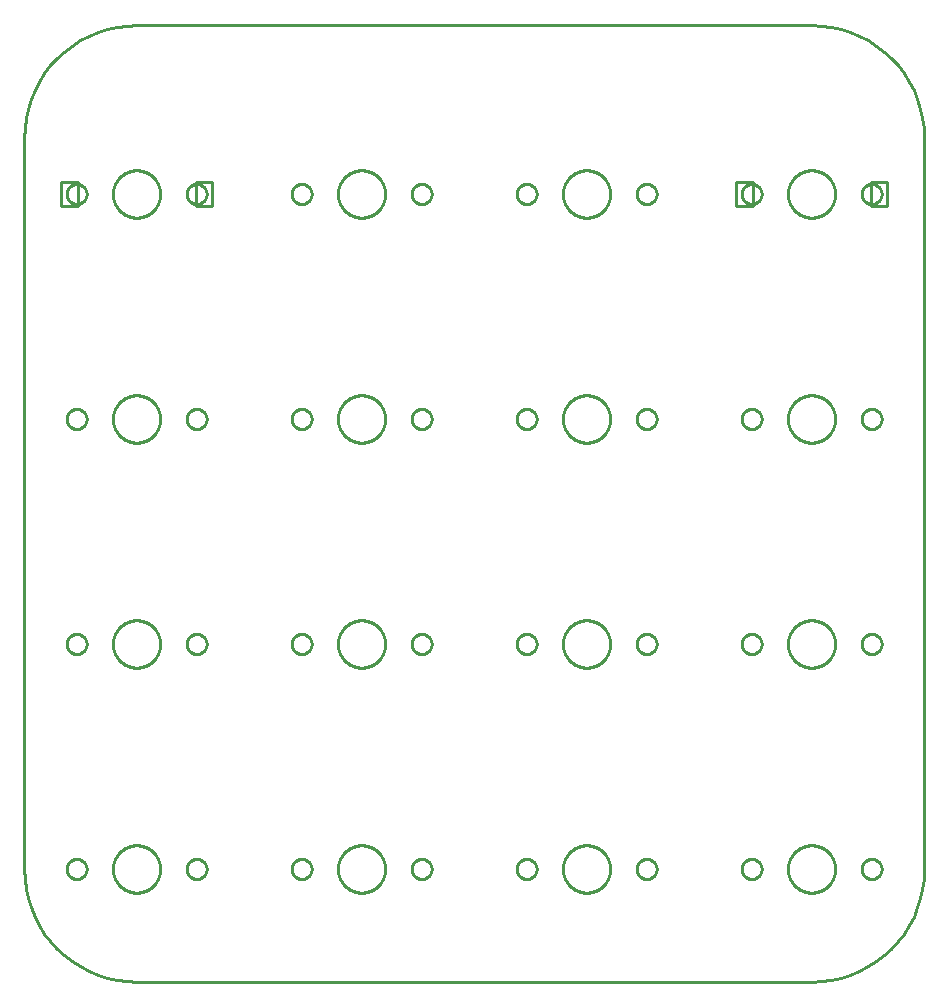
<source format=gbr>
G04 EAGLE Gerber RS-274X export*
G75*
%MOMM*%
%FSLAX34Y34*%
%LPD*%
%IN*%
%IPPOS*%
%AMOC8*
5,1,8,0,0,1.08239X$1,22.5*%
G01*
%ADD10C,0.254000*%


D10*
X95250Y190500D02*
X95612Y182198D01*
X96697Y173960D01*
X98496Y165848D01*
X100994Y157923D01*
X104174Y150246D01*
X108011Y142875D01*
X112476Y135867D01*
X117534Y129274D01*
X123148Y123148D01*
X129274Y117534D01*
X135867Y112476D01*
X142875Y108011D01*
X150246Y104174D01*
X157923Y100994D01*
X165848Y98496D01*
X173960Y96697D01*
X182198Y95612D01*
X190500Y95250D01*
X762000Y95250D01*
X770302Y95612D01*
X778540Y96697D01*
X786653Y98496D01*
X794577Y100994D01*
X802254Y104174D01*
X809625Y108011D01*
X816633Y112476D01*
X823226Y117534D01*
X829352Y123148D01*
X834966Y129274D01*
X840024Y135867D01*
X844489Y142875D01*
X848326Y150246D01*
X851506Y157923D01*
X854004Y165848D01*
X855803Y173960D01*
X856888Y182198D01*
X857250Y190500D01*
X857250Y809625D01*
X856888Y817927D01*
X855803Y826165D01*
X854004Y834278D01*
X851506Y842202D01*
X848326Y849879D01*
X844489Y857250D01*
X840024Y864258D01*
X834966Y870851D01*
X829352Y876977D01*
X823226Y882591D01*
X816633Y887649D01*
X809625Y892114D01*
X802254Y895951D01*
X794577Y899131D01*
X786653Y901629D01*
X778540Y903428D01*
X770302Y904513D01*
X762000Y904875D01*
X190500Y904875D01*
X182198Y904513D01*
X173960Y903428D01*
X165848Y901629D01*
X157923Y899131D01*
X150246Y895951D01*
X142875Y892114D01*
X135867Y887649D01*
X129274Y882591D01*
X123148Y876977D01*
X117534Y870851D01*
X112476Y864258D01*
X108011Y857250D01*
X104174Y849879D01*
X100994Y842202D01*
X98496Y834278D01*
X96697Y826165D01*
X95612Y817927D01*
X95250Y809625D01*
X95250Y190500D01*
X698000Y751500D02*
X712000Y751500D01*
X712000Y772500D01*
X698000Y772500D01*
X698000Y751500D01*
X812000Y751500D02*
X826000Y751500D01*
X826000Y772500D01*
X812000Y772500D01*
X812000Y751500D01*
X240500Y751500D02*
X254500Y751500D01*
X254500Y772500D01*
X240500Y772500D01*
X240500Y751500D01*
X126500Y751500D02*
X140500Y751500D01*
X140500Y772500D01*
X126500Y772500D01*
X126500Y751500D01*
X210500Y761396D02*
X210427Y760189D01*
X210281Y758989D01*
X210063Y757800D01*
X209774Y756627D01*
X209415Y755473D01*
X208986Y754343D01*
X208490Y753241D01*
X207928Y752170D01*
X207303Y751136D01*
X206616Y750141D01*
X205871Y749190D01*
X205069Y748285D01*
X204215Y747431D01*
X203310Y746629D01*
X202359Y745884D01*
X201364Y745197D01*
X200330Y744572D01*
X199259Y744010D01*
X198157Y743514D01*
X197027Y743085D01*
X195873Y742726D01*
X194700Y742437D01*
X193511Y742219D01*
X192311Y742073D01*
X191104Y742000D01*
X189896Y742000D01*
X188689Y742073D01*
X187489Y742219D01*
X186300Y742437D01*
X185127Y742726D01*
X183973Y743085D01*
X182843Y743514D01*
X181741Y744010D01*
X180670Y744572D01*
X179636Y745197D01*
X178641Y745884D01*
X177690Y746629D01*
X176785Y747431D01*
X175931Y748285D01*
X175129Y749190D01*
X174384Y750141D01*
X173697Y751136D01*
X173072Y752170D01*
X172510Y753241D01*
X172014Y754343D01*
X171585Y755473D01*
X171226Y756627D01*
X170937Y757800D01*
X170719Y758989D01*
X170573Y760189D01*
X170500Y761396D01*
X170500Y762604D01*
X170573Y763811D01*
X170719Y765011D01*
X170937Y766200D01*
X171226Y767373D01*
X171585Y768527D01*
X172014Y769657D01*
X172510Y770759D01*
X173072Y771830D01*
X173697Y772864D01*
X174384Y773859D01*
X175129Y774810D01*
X175931Y775715D01*
X176785Y776569D01*
X177690Y777371D01*
X178641Y778116D01*
X179636Y778803D01*
X180670Y779428D01*
X181741Y779990D01*
X182843Y780486D01*
X183973Y780915D01*
X185127Y781274D01*
X186300Y781563D01*
X187489Y781781D01*
X188689Y781927D01*
X189896Y782000D01*
X191104Y782000D01*
X192311Y781927D01*
X193511Y781781D01*
X194700Y781563D01*
X195873Y781274D01*
X197027Y780915D01*
X198157Y780486D01*
X199259Y779990D01*
X200330Y779428D01*
X201364Y778803D01*
X202359Y778116D01*
X203310Y777371D01*
X204215Y776569D01*
X205069Y775715D01*
X205871Y774810D01*
X206616Y773859D01*
X207303Y772864D01*
X207928Y771830D01*
X208490Y770759D01*
X208986Y769657D01*
X209415Y768527D01*
X209774Y767373D01*
X210063Y766200D01*
X210281Y765011D01*
X210427Y763811D01*
X210500Y762604D01*
X210500Y761396D01*
X148200Y761629D02*
X148135Y760889D01*
X148006Y760159D01*
X147814Y759442D01*
X147560Y758744D01*
X147247Y758071D01*
X146876Y757429D01*
X146450Y756821D01*
X145973Y756252D01*
X145448Y755727D01*
X144879Y755250D01*
X144271Y754824D01*
X143629Y754453D01*
X142956Y754140D01*
X142258Y753886D01*
X141542Y753694D01*
X140811Y753565D01*
X140071Y753500D01*
X139329Y753500D01*
X138589Y753565D01*
X137859Y753694D01*
X137142Y753886D01*
X136444Y754140D01*
X135771Y754453D01*
X135129Y754824D01*
X134521Y755250D01*
X133952Y755727D01*
X133427Y756252D01*
X132950Y756821D01*
X132524Y757429D01*
X132153Y758071D01*
X131840Y758744D01*
X131586Y759442D01*
X131394Y760159D01*
X131265Y760889D01*
X131200Y761629D01*
X131200Y762371D01*
X131265Y763111D01*
X131394Y763842D01*
X131586Y764558D01*
X131840Y765256D01*
X132153Y765929D01*
X132524Y766571D01*
X132950Y767179D01*
X133427Y767748D01*
X133952Y768273D01*
X134521Y768750D01*
X135129Y769176D01*
X135771Y769547D01*
X136444Y769860D01*
X137142Y770114D01*
X137859Y770306D01*
X138589Y770435D01*
X139329Y770500D01*
X140071Y770500D01*
X140811Y770435D01*
X141542Y770306D01*
X142258Y770114D01*
X142956Y769860D01*
X143629Y769547D01*
X144271Y769176D01*
X144879Y768750D01*
X145448Y768273D01*
X145973Y767748D01*
X146450Y767179D01*
X146876Y766571D01*
X147247Y765929D01*
X147560Y765256D01*
X147814Y764558D01*
X148006Y763842D01*
X148135Y763111D01*
X148200Y762371D01*
X148200Y761629D01*
X249800Y761629D02*
X249735Y760889D01*
X249606Y760159D01*
X249414Y759442D01*
X249160Y758744D01*
X248847Y758071D01*
X248476Y757429D01*
X248050Y756821D01*
X247573Y756252D01*
X247048Y755727D01*
X246479Y755250D01*
X245871Y754824D01*
X245229Y754453D01*
X244556Y754140D01*
X243858Y753886D01*
X243142Y753694D01*
X242411Y753565D01*
X241671Y753500D01*
X240929Y753500D01*
X240189Y753565D01*
X239459Y753694D01*
X238742Y753886D01*
X238044Y754140D01*
X237371Y754453D01*
X236729Y754824D01*
X236121Y755250D01*
X235552Y755727D01*
X235027Y756252D01*
X234550Y756821D01*
X234124Y757429D01*
X233753Y758071D01*
X233440Y758744D01*
X233186Y759442D01*
X232994Y760159D01*
X232865Y760889D01*
X232800Y761629D01*
X232800Y762371D01*
X232865Y763111D01*
X232994Y763842D01*
X233186Y764558D01*
X233440Y765256D01*
X233753Y765929D01*
X234124Y766571D01*
X234550Y767179D01*
X235027Y767748D01*
X235552Y768273D01*
X236121Y768750D01*
X236729Y769176D01*
X237371Y769547D01*
X238044Y769860D01*
X238742Y770114D01*
X239459Y770306D01*
X240189Y770435D01*
X240929Y770500D01*
X241671Y770500D01*
X242411Y770435D01*
X243142Y770306D01*
X243858Y770114D01*
X244556Y769860D01*
X245229Y769547D01*
X245871Y769176D01*
X246479Y768750D01*
X247048Y768273D01*
X247573Y767748D01*
X248050Y767179D01*
X248476Y766571D01*
X248847Y765929D01*
X249160Y765256D01*
X249414Y764558D01*
X249606Y763842D01*
X249735Y763111D01*
X249800Y762371D01*
X249800Y761629D01*
X210500Y570896D02*
X210427Y569689D01*
X210281Y568489D01*
X210063Y567300D01*
X209774Y566127D01*
X209415Y564973D01*
X208986Y563843D01*
X208490Y562741D01*
X207928Y561670D01*
X207303Y560636D01*
X206616Y559641D01*
X205871Y558690D01*
X205069Y557785D01*
X204215Y556931D01*
X203310Y556129D01*
X202359Y555384D01*
X201364Y554697D01*
X200330Y554072D01*
X199259Y553510D01*
X198157Y553014D01*
X197027Y552585D01*
X195873Y552226D01*
X194700Y551937D01*
X193511Y551719D01*
X192311Y551573D01*
X191104Y551500D01*
X189896Y551500D01*
X188689Y551573D01*
X187489Y551719D01*
X186300Y551937D01*
X185127Y552226D01*
X183973Y552585D01*
X182843Y553014D01*
X181741Y553510D01*
X180670Y554072D01*
X179636Y554697D01*
X178641Y555384D01*
X177690Y556129D01*
X176785Y556931D01*
X175931Y557785D01*
X175129Y558690D01*
X174384Y559641D01*
X173697Y560636D01*
X173072Y561670D01*
X172510Y562741D01*
X172014Y563843D01*
X171585Y564973D01*
X171226Y566127D01*
X170937Y567300D01*
X170719Y568489D01*
X170573Y569689D01*
X170500Y570896D01*
X170500Y572104D01*
X170573Y573311D01*
X170719Y574511D01*
X170937Y575700D01*
X171226Y576873D01*
X171585Y578027D01*
X172014Y579157D01*
X172510Y580259D01*
X173072Y581330D01*
X173697Y582364D01*
X174384Y583359D01*
X175129Y584310D01*
X175931Y585215D01*
X176785Y586069D01*
X177690Y586871D01*
X178641Y587616D01*
X179636Y588303D01*
X180670Y588928D01*
X181741Y589490D01*
X182843Y589986D01*
X183973Y590415D01*
X185127Y590774D01*
X186300Y591063D01*
X187489Y591281D01*
X188689Y591427D01*
X189896Y591500D01*
X191104Y591500D01*
X192311Y591427D01*
X193511Y591281D01*
X194700Y591063D01*
X195873Y590774D01*
X197027Y590415D01*
X198157Y589986D01*
X199259Y589490D01*
X200330Y588928D01*
X201364Y588303D01*
X202359Y587616D01*
X203310Y586871D01*
X204215Y586069D01*
X205069Y585215D01*
X205871Y584310D01*
X206616Y583359D01*
X207303Y582364D01*
X207928Y581330D01*
X208490Y580259D01*
X208986Y579157D01*
X209415Y578027D01*
X209774Y576873D01*
X210063Y575700D01*
X210281Y574511D01*
X210427Y573311D01*
X210500Y572104D01*
X210500Y570896D01*
X148200Y571129D02*
X148135Y570389D01*
X148006Y569659D01*
X147814Y568942D01*
X147560Y568244D01*
X147247Y567571D01*
X146876Y566929D01*
X146450Y566321D01*
X145973Y565752D01*
X145448Y565227D01*
X144879Y564750D01*
X144271Y564324D01*
X143629Y563953D01*
X142956Y563640D01*
X142258Y563386D01*
X141542Y563194D01*
X140811Y563065D01*
X140071Y563000D01*
X139329Y563000D01*
X138589Y563065D01*
X137859Y563194D01*
X137142Y563386D01*
X136444Y563640D01*
X135771Y563953D01*
X135129Y564324D01*
X134521Y564750D01*
X133952Y565227D01*
X133427Y565752D01*
X132950Y566321D01*
X132524Y566929D01*
X132153Y567571D01*
X131840Y568244D01*
X131586Y568942D01*
X131394Y569659D01*
X131265Y570389D01*
X131200Y571129D01*
X131200Y571871D01*
X131265Y572611D01*
X131394Y573342D01*
X131586Y574058D01*
X131840Y574756D01*
X132153Y575429D01*
X132524Y576071D01*
X132950Y576679D01*
X133427Y577248D01*
X133952Y577773D01*
X134521Y578250D01*
X135129Y578676D01*
X135771Y579047D01*
X136444Y579360D01*
X137142Y579614D01*
X137859Y579806D01*
X138589Y579935D01*
X139329Y580000D01*
X140071Y580000D01*
X140811Y579935D01*
X141542Y579806D01*
X142258Y579614D01*
X142956Y579360D01*
X143629Y579047D01*
X144271Y578676D01*
X144879Y578250D01*
X145448Y577773D01*
X145973Y577248D01*
X146450Y576679D01*
X146876Y576071D01*
X147247Y575429D01*
X147560Y574756D01*
X147814Y574058D01*
X148006Y573342D01*
X148135Y572611D01*
X148200Y571871D01*
X148200Y571129D01*
X249800Y571129D02*
X249735Y570389D01*
X249606Y569659D01*
X249414Y568942D01*
X249160Y568244D01*
X248847Y567571D01*
X248476Y566929D01*
X248050Y566321D01*
X247573Y565752D01*
X247048Y565227D01*
X246479Y564750D01*
X245871Y564324D01*
X245229Y563953D01*
X244556Y563640D01*
X243858Y563386D01*
X243142Y563194D01*
X242411Y563065D01*
X241671Y563000D01*
X240929Y563000D01*
X240189Y563065D01*
X239459Y563194D01*
X238742Y563386D01*
X238044Y563640D01*
X237371Y563953D01*
X236729Y564324D01*
X236121Y564750D01*
X235552Y565227D01*
X235027Y565752D01*
X234550Y566321D01*
X234124Y566929D01*
X233753Y567571D01*
X233440Y568244D01*
X233186Y568942D01*
X232994Y569659D01*
X232865Y570389D01*
X232800Y571129D01*
X232800Y571871D01*
X232865Y572611D01*
X232994Y573342D01*
X233186Y574058D01*
X233440Y574756D01*
X233753Y575429D01*
X234124Y576071D01*
X234550Y576679D01*
X235027Y577248D01*
X235552Y577773D01*
X236121Y578250D01*
X236729Y578676D01*
X237371Y579047D01*
X238044Y579360D01*
X238742Y579614D01*
X239459Y579806D01*
X240189Y579935D01*
X240929Y580000D01*
X241671Y580000D01*
X242411Y579935D01*
X243142Y579806D01*
X243858Y579614D01*
X244556Y579360D01*
X245229Y579047D01*
X245871Y578676D01*
X246479Y578250D01*
X247048Y577773D01*
X247573Y577248D01*
X248050Y576679D01*
X248476Y576071D01*
X248847Y575429D01*
X249160Y574756D01*
X249414Y574058D01*
X249606Y573342D01*
X249735Y572611D01*
X249800Y571871D01*
X249800Y571129D01*
X210500Y380396D02*
X210427Y379189D01*
X210281Y377989D01*
X210063Y376800D01*
X209774Y375627D01*
X209415Y374473D01*
X208986Y373343D01*
X208490Y372241D01*
X207928Y371170D01*
X207303Y370136D01*
X206616Y369141D01*
X205871Y368190D01*
X205069Y367285D01*
X204215Y366431D01*
X203310Y365629D01*
X202359Y364884D01*
X201364Y364197D01*
X200330Y363572D01*
X199259Y363010D01*
X198157Y362514D01*
X197027Y362085D01*
X195873Y361726D01*
X194700Y361437D01*
X193511Y361219D01*
X192311Y361073D01*
X191104Y361000D01*
X189896Y361000D01*
X188689Y361073D01*
X187489Y361219D01*
X186300Y361437D01*
X185127Y361726D01*
X183973Y362085D01*
X182843Y362514D01*
X181741Y363010D01*
X180670Y363572D01*
X179636Y364197D01*
X178641Y364884D01*
X177690Y365629D01*
X176785Y366431D01*
X175931Y367285D01*
X175129Y368190D01*
X174384Y369141D01*
X173697Y370136D01*
X173072Y371170D01*
X172510Y372241D01*
X172014Y373343D01*
X171585Y374473D01*
X171226Y375627D01*
X170937Y376800D01*
X170719Y377989D01*
X170573Y379189D01*
X170500Y380396D01*
X170500Y381604D01*
X170573Y382811D01*
X170719Y384011D01*
X170937Y385200D01*
X171226Y386373D01*
X171585Y387527D01*
X172014Y388657D01*
X172510Y389759D01*
X173072Y390830D01*
X173697Y391864D01*
X174384Y392859D01*
X175129Y393810D01*
X175931Y394715D01*
X176785Y395569D01*
X177690Y396371D01*
X178641Y397116D01*
X179636Y397803D01*
X180670Y398428D01*
X181741Y398990D01*
X182843Y399486D01*
X183973Y399915D01*
X185127Y400274D01*
X186300Y400563D01*
X187489Y400781D01*
X188689Y400927D01*
X189896Y401000D01*
X191104Y401000D01*
X192311Y400927D01*
X193511Y400781D01*
X194700Y400563D01*
X195873Y400274D01*
X197027Y399915D01*
X198157Y399486D01*
X199259Y398990D01*
X200330Y398428D01*
X201364Y397803D01*
X202359Y397116D01*
X203310Y396371D01*
X204215Y395569D01*
X205069Y394715D01*
X205871Y393810D01*
X206616Y392859D01*
X207303Y391864D01*
X207928Y390830D01*
X208490Y389759D01*
X208986Y388657D01*
X209415Y387527D01*
X209774Y386373D01*
X210063Y385200D01*
X210281Y384011D01*
X210427Y382811D01*
X210500Y381604D01*
X210500Y380396D01*
X148200Y380629D02*
X148135Y379889D01*
X148006Y379159D01*
X147814Y378442D01*
X147560Y377744D01*
X147247Y377071D01*
X146876Y376429D01*
X146450Y375821D01*
X145973Y375252D01*
X145448Y374727D01*
X144879Y374250D01*
X144271Y373824D01*
X143629Y373453D01*
X142956Y373140D01*
X142258Y372886D01*
X141542Y372694D01*
X140811Y372565D01*
X140071Y372500D01*
X139329Y372500D01*
X138589Y372565D01*
X137859Y372694D01*
X137142Y372886D01*
X136444Y373140D01*
X135771Y373453D01*
X135129Y373824D01*
X134521Y374250D01*
X133952Y374727D01*
X133427Y375252D01*
X132950Y375821D01*
X132524Y376429D01*
X132153Y377071D01*
X131840Y377744D01*
X131586Y378442D01*
X131394Y379159D01*
X131265Y379889D01*
X131200Y380629D01*
X131200Y381371D01*
X131265Y382111D01*
X131394Y382842D01*
X131586Y383558D01*
X131840Y384256D01*
X132153Y384929D01*
X132524Y385571D01*
X132950Y386179D01*
X133427Y386748D01*
X133952Y387273D01*
X134521Y387750D01*
X135129Y388176D01*
X135771Y388547D01*
X136444Y388860D01*
X137142Y389114D01*
X137859Y389306D01*
X138589Y389435D01*
X139329Y389500D01*
X140071Y389500D01*
X140811Y389435D01*
X141542Y389306D01*
X142258Y389114D01*
X142956Y388860D01*
X143629Y388547D01*
X144271Y388176D01*
X144879Y387750D01*
X145448Y387273D01*
X145973Y386748D01*
X146450Y386179D01*
X146876Y385571D01*
X147247Y384929D01*
X147560Y384256D01*
X147814Y383558D01*
X148006Y382842D01*
X148135Y382111D01*
X148200Y381371D01*
X148200Y380629D01*
X249800Y380629D02*
X249735Y379889D01*
X249606Y379159D01*
X249414Y378442D01*
X249160Y377744D01*
X248847Y377071D01*
X248476Y376429D01*
X248050Y375821D01*
X247573Y375252D01*
X247048Y374727D01*
X246479Y374250D01*
X245871Y373824D01*
X245229Y373453D01*
X244556Y373140D01*
X243858Y372886D01*
X243142Y372694D01*
X242411Y372565D01*
X241671Y372500D01*
X240929Y372500D01*
X240189Y372565D01*
X239459Y372694D01*
X238742Y372886D01*
X238044Y373140D01*
X237371Y373453D01*
X236729Y373824D01*
X236121Y374250D01*
X235552Y374727D01*
X235027Y375252D01*
X234550Y375821D01*
X234124Y376429D01*
X233753Y377071D01*
X233440Y377744D01*
X233186Y378442D01*
X232994Y379159D01*
X232865Y379889D01*
X232800Y380629D01*
X232800Y381371D01*
X232865Y382111D01*
X232994Y382842D01*
X233186Y383558D01*
X233440Y384256D01*
X233753Y384929D01*
X234124Y385571D01*
X234550Y386179D01*
X235027Y386748D01*
X235552Y387273D01*
X236121Y387750D01*
X236729Y388176D01*
X237371Y388547D01*
X238044Y388860D01*
X238742Y389114D01*
X239459Y389306D01*
X240189Y389435D01*
X240929Y389500D01*
X241671Y389500D01*
X242411Y389435D01*
X243142Y389306D01*
X243858Y389114D01*
X244556Y388860D01*
X245229Y388547D01*
X245871Y388176D01*
X246479Y387750D01*
X247048Y387273D01*
X247573Y386748D01*
X248050Y386179D01*
X248476Y385571D01*
X248847Y384929D01*
X249160Y384256D01*
X249414Y383558D01*
X249606Y382842D01*
X249735Y382111D01*
X249800Y381371D01*
X249800Y380629D01*
X210500Y189896D02*
X210427Y188689D01*
X210281Y187489D01*
X210063Y186300D01*
X209774Y185127D01*
X209415Y183973D01*
X208986Y182843D01*
X208490Y181741D01*
X207928Y180670D01*
X207303Y179636D01*
X206616Y178641D01*
X205871Y177690D01*
X205069Y176785D01*
X204215Y175931D01*
X203310Y175129D01*
X202359Y174384D01*
X201364Y173697D01*
X200330Y173072D01*
X199259Y172510D01*
X198157Y172014D01*
X197027Y171585D01*
X195873Y171226D01*
X194700Y170937D01*
X193511Y170719D01*
X192311Y170573D01*
X191104Y170500D01*
X189896Y170500D01*
X188689Y170573D01*
X187489Y170719D01*
X186300Y170937D01*
X185127Y171226D01*
X183973Y171585D01*
X182843Y172014D01*
X181741Y172510D01*
X180670Y173072D01*
X179636Y173697D01*
X178641Y174384D01*
X177690Y175129D01*
X176785Y175931D01*
X175931Y176785D01*
X175129Y177690D01*
X174384Y178641D01*
X173697Y179636D01*
X173072Y180670D01*
X172510Y181741D01*
X172014Y182843D01*
X171585Y183973D01*
X171226Y185127D01*
X170937Y186300D01*
X170719Y187489D01*
X170573Y188689D01*
X170500Y189896D01*
X170500Y191104D01*
X170573Y192311D01*
X170719Y193511D01*
X170937Y194700D01*
X171226Y195873D01*
X171585Y197027D01*
X172014Y198157D01*
X172510Y199259D01*
X173072Y200330D01*
X173697Y201364D01*
X174384Y202359D01*
X175129Y203310D01*
X175931Y204215D01*
X176785Y205069D01*
X177690Y205871D01*
X178641Y206616D01*
X179636Y207303D01*
X180670Y207928D01*
X181741Y208490D01*
X182843Y208986D01*
X183973Y209415D01*
X185127Y209774D01*
X186300Y210063D01*
X187489Y210281D01*
X188689Y210427D01*
X189896Y210500D01*
X191104Y210500D01*
X192311Y210427D01*
X193511Y210281D01*
X194700Y210063D01*
X195873Y209774D01*
X197027Y209415D01*
X198157Y208986D01*
X199259Y208490D01*
X200330Y207928D01*
X201364Y207303D01*
X202359Y206616D01*
X203310Y205871D01*
X204215Y205069D01*
X205069Y204215D01*
X205871Y203310D01*
X206616Y202359D01*
X207303Y201364D01*
X207928Y200330D01*
X208490Y199259D01*
X208986Y198157D01*
X209415Y197027D01*
X209774Y195873D01*
X210063Y194700D01*
X210281Y193511D01*
X210427Y192311D01*
X210500Y191104D01*
X210500Y189896D01*
X148200Y190129D02*
X148135Y189389D01*
X148006Y188659D01*
X147814Y187942D01*
X147560Y187244D01*
X147247Y186571D01*
X146876Y185929D01*
X146450Y185321D01*
X145973Y184752D01*
X145448Y184227D01*
X144879Y183750D01*
X144271Y183324D01*
X143629Y182953D01*
X142956Y182640D01*
X142258Y182386D01*
X141542Y182194D01*
X140811Y182065D01*
X140071Y182000D01*
X139329Y182000D01*
X138589Y182065D01*
X137859Y182194D01*
X137142Y182386D01*
X136444Y182640D01*
X135771Y182953D01*
X135129Y183324D01*
X134521Y183750D01*
X133952Y184227D01*
X133427Y184752D01*
X132950Y185321D01*
X132524Y185929D01*
X132153Y186571D01*
X131840Y187244D01*
X131586Y187942D01*
X131394Y188659D01*
X131265Y189389D01*
X131200Y190129D01*
X131200Y190871D01*
X131265Y191611D01*
X131394Y192342D01*
X131586Y193058D01*
X131840Y193756D01*
X132153Y194429D01*
X132524Y195071D01*
X132950Y195679D01*
X133427Y196248D01*
X133952Y196773D01*
X134521Y197250D01*
X135129Y197676D01*
X135771Y198047D01*
X136444Y198360D01*
X137142Y198614D01*
X137859Y198806D01*
X138589Y198935D01*
X139329Y199000D01*
X140071Y199000D01*
X140811Y198935D01*
X141542Y198806D01*
X142258Y198614D01*
X142956Y198360D01*
X143629Y198047D01*
X144271Y197676D01*
X144879Y197250D01*
X145448Y196773D01*
X145973Y196248D01*
X146450Y195679D01*
X146876Y195071D01*
X147247Y194429D01*
X147560Y193756D01*
X147814Y193058D01*
X148006Y192342D01*
X148135Y191611D01*
X148200Y190871D01*
X148200Y190129D01*
X249800Y190129D02*
X249735Y189389D01*
X249606Y188659D01*
X249414Y187942D01*
X249160Y187244D01*
X248847Y186571D01*
X248476Y185929D01*
X248050Y185321D01*
X247573Y184752D01*
X247048Y184227D01*
X246479Y183750D01*
X245871Y183324D01*
X245229Y182953D01*
X244556Y182640D01*
X243858Y182386D01*
X243142Y182194D01*
X242411Y182065D01*
X241671Y182000D01*
X240929Y182000D01*
X240189Y182065D01*
X239459Y182194D01*
X238742Y182386D01*
X238044Y182640D01*
X237371Y182953D01*
X236729Y183324D01*
X236121Y183750D01*
X235552Y184227D01*
X235027Y184752D01*
X234550Y185321D01*
X234124Y185929D01*
X233753Y186571D01*
X233440Y187244D01*
X233186Y187942D01*
X232994Y188659D01*
X232865Y189389D01*
X232800Y190129D01*
X232800Y190871D01*
X232865Y191611D01*
X232994Y192342D01*
X233186Y193058D01*
X233440Y193756D01*
X233753Y194429D01*
X234124Y195071D01*
X234550Y195679D01*
X235027Y196248D01*
X235552Y196773D01*
X236121Y197250D01*
X236729Y197676D01*
X237371Y198047D01*
X238044Y198360D01*
X238742Y198614D01*
X239459Y198806D01*
X240189Y198935D01*
X240929Y199000D01*
X241671Y199000D01*
X242411Y198935D01*
X243142Y198806D01*
X243858Y198614D01*
X244556Y198360D01*
X245229Y198047D01*
X245871Y197676D01*
X246479Y197250D01*
X247048Y196773D01*
X247573Y196248D01*
X248050Y195679D01*
X248476Y195071D01*
X248847Y194429D01*
X249160Y193756D01*
X249414Y193058D01*
X249606Y192342D01*
X249735Y191611D01*
X249800Y190871D01*
X249800Y190129D01*
X401000Y761396D02*
X400927Y760189D01*
X400781Y758989D01*
X400563Y757800D01*
X400274Y756627D01*
X399915Y755473D01*
X399486Y754343D01*
X398990Y753241D01*
X398428Y752170D01*
X397803Y751136D01*
X397116Y750141D01*
X396371Y749190D01*
X395569Y748285D01*
X394715Y747431D01*
X393810Y746629D01*
X392859Y745884D01*
X391864Y745197D01*
X390830Y744572D01*
X389759Y744010D01*
X388657Y743514D01*
X387527Y743085D01*
X386373Y742726D01*
X385200Y742437D01*
X384011Y742219D01*
X382811Y742073D01*
X381604Y742000D01*
X380396Y742000D01*
X379189Y742073D01*
X377989Y742219D01*
X376800Y742437D01*
X375627Y742726D01*
X374473Y743085D01*
X373343Y743514D01*
X372241Y744010D01*
X371170Y744572D01*
X370136Y745197D01*
X369141Y745884D01*
X368190Y746629D01*
X367285Y747431D01*
X366431Y748285D01*
X365629Y749190D01*
X364884Y750141D01*
X364197Y751136D01*
X363572Y752170D01*
X363010Y753241D01*
X362514Y754343D01*
X362085Y755473D01*
X361726Y756627D01*
X361437Y757800D01*
X361219Y758989D01*
X361073Y760189D01*
X361000Y761396D01*
X361000Y762604D01*
X361073Y763811D01*
X361219Y765011D01*
X361437Y766200D01*
X361726Y767373D01*
X362085Y768527D01*
X362514Y769657D01*
X363010Y770759D01*
X363572Y771830D01*
X364197Y772864D01*
X364884Y773859D01*
X365629Y774810D01*
X366431Y775715D01*
X367285Y776569D01*
X368190Y777371D01*
X369141Y778116D01*
X370136Y778803D01*
X371170Y779428D01*
X372241Y779990D01*
X373343Y780486D01*
X374473Y780915D01*
X375627Y781274D01*
X376800Y781563D01*
X377989Y781781D01*
X379189Y781927D01*
X380396Y782000D01*
X381604Y782000D01*
X382811Y781927D01*
X384011Y781781D01*
X385200Y781563D01*
X386373Y781274D01*
X387527Y780915D01*
X388657Y780486D01*
X389759Y779990D01*
X390830Y779428D01*
X391864Y778803D01*
X392859Y778116D01*
X393810Y777371D01*
X394715Y776569D01*
X395569Y775715D01*
X396371Y774810D01*
X397116Y773859D01*
X397803Y772864D01*
X398428Y771830D01*
X398990Y770759D01*
X399486Y769657D01*
X399915Y768527D01*
X400274Y767373D01*
X400563Y766200D01*
X400781Y765011D01*
X400927Y763811D01*
X401000Y762604D01*
X401000Y761396D01*
X338700Y761629D02*
X338635Y760889D01*
X338506Y760159D01*
X338314Y759442D01*
X338060Y758744D01*
X337747Y758071D01*
X337376Y757429D01*
X336950Y756821D01*
X336473Y756252D01*
X335948Y755727D01*
X335379Y755250D01*
X334771Y754824D01*
X334129Y754453D01*
X333456Y754140D01*
X332758Y753886D01*
X332042Y753694D01*
X331311Y753565D01*
X330571Y753500D01*
X329829Y753500D01*
X329089Y753565D01*
X328359Y753694D01*
X327642Y753886D01*
X326944Y754140D01*
X326271Y754453D01*
X325629Y754824D01*
X325021Y755250D01*
X324452Y755727D01*
X323927Y756252D01*
X323450Y756821D01*
X323024Y757429D01*
X322653Y758071D01*
X322340Y758744D01*
X322086Y759442D01*
X321894Y760159D01*
X321765Y760889D01*
X321700Y761629D01*
X321700Y762371D01*
X321765Y763111D01*
X321894Y763842D01*
X322086Y764558D01*
X322340Y765256D01*
X322653Y765929D01*
X323024Y766571D01*
X323450Y767179D01*
X323927Y767748D01*
X324452Y768273D01*
X325021Y768750D01*
X325629Y769176D01*
X326271Y769547D01*
X326944Y769860D01*
X327642Y770114D01*
X328359Y770306D01*
X329089Y770435D01*
X329829Y770500D01*
X330571Y770500D01*
X331311Y770435D01*
X332042Y770306D01*
X332758Y770114D01*
X333456Y769860D01*
X334129Y769547D01*
X334771Y769176D01*
X335379Y768750D01*
X335948Y768273D01*
X336473Y767748D01*
X336950Y767179D01*
X337376Y766571D01*
X337747Y765929D01*
X338060Y765256D01*
X338314Y764558D01*
X338506Y763842D01*
X338635Y763111D01*
X338700Y762371D01*
X338700Y761629D01*
X440300Y761629D02*
X440235Y760889D01*
X440106Y760159D01*
X439914Y759442D01*
X439660Y758744D01*
X439347Y758071D01*
X438976Y757429D01*
X438550Y756821D01*
X438073Y756252D01*
X437548Y755727D01*
X436979Y755250D01*
X436371Y754824D01*
X435729Y754453D01*
X435056Y754140D01*
X434358Y753886D01*
X433642Y753694D01*
X432911Y753565D01*
X432171Y753500D01*
X431429Y753500D01*
X430689Y753565D01*
X429959Y753694D01*
X429242Y753886D01*
X428544Y754140D01*
X427871Y754453D01*
X427229Y754824D01*
X426621Y755250D01*
X426052Y755727D01*
X425527Y756252D01*
X425050Y756821D01*
X424624Y757429D01*
X424253Y758071D01*
X423940Y758744D01*
X423686Y759442D01*
X423494Y760159D01*
X423365Y760889D01*
X423300Y761629D01*
X423300Y762371D01*
X423365Y763111D01*
X423494Y763842D01*
X423686Y764558D01*
X423940Y765256D01*
X424253Y765929D01*
X424624Y766571D01*
X425050Y767179D01*
X425527Y767748D01*
X426052Y768273D01*
X426621Y768750D01*
X427229Y769176D01*
X427871Y769547D01*
X428544Y769860D01*
X429242Y770114D01*
X429959Y770306D01*
X430689Y770435D01*
X431429Y770500D01*
X432171Y770500D01*
X432911Y770435D01*
X433642Y770306D01*
X434358Y770114D01*
X435056Y769860D01*
X435729Y769547D01*
X436371Y769176D01*
X436979Y768750D01*
X437548Y768273D01*
X438073Y767748D01*
X438550Y767179D01*
X438976Y766571D01*
X439347Y765929D01*
X439660Y765256D01*
X439914Y764558D01*
X440106Y763842D01*
X440235Y763111D01*
X440300Y762371D01*
X440300Y761629D01*
X401000Y570896D02*
X400927Y569689D01*
X400781Y568489D01*
X400563Y567300D01*
X400274Y566127D01*
X399915Y564973D01*
X399486Y563843D01*
X398990Y562741D01*
X398428Y561670D01*
X397803Y560636D01*
X397116Y559641D01*
X396371Y558690D01*
X395569Y557785D01*
X394715Y556931D01*
X393810Y556129D01*
X392859Y555384D01*
X391864Y554697D01*
X390830Y554072D01*
X389759Y553510D01*
X388657Y553014D01*
X387527Y552585D01*
X386373Y552226D01*
X385200Y551937D01*
X384011Y551719D01*
X382811Y551573D01*
X381604Y551500D01*
X380396Y551500D01*
X379189Y551573D01*
X377989Y551719D01*
X376800Y551937D01*
X375627Y552226D01*
X374473Y552585D01*
X373343Y553014D01*
X372241Y553510D01*
X371170Y554072D01*
X370136Y554697D01*
X369141Y555384D01*
X368190Y556129D01*
X367285Y556931D01*
X366431Y557785D01*
X365629Y558690D01*
X364884Y559641D01*
X364197Y560636D01*
X363572Y561670D01*
X363010Y562741D01*
X362514Y563843D01*
X362085Y564973D01*
X361726Y566127D01*
X361437Y567300D01*
X361219Y568489D01*
X361073Y569689D01*
X361000Y570896D01*
X361000Y572104D01*
X361073Y573311D01*
X361219Y574511D01*
X361437Y575700D01*
X361726Y576873D01*
X362085Y578027D01*
X362514Y579157D01*
X363010Y580259D01*
X363572Y581330D01*
X364197Y582364D01*
X364884Y583359D01*
X365629Y584310D01*
X366431Y585215D01*
X367285Y586069D01*
X368190Y586871D01*
X369141Y587616D01*
X370136Y588303D01*
X371170Y588928D01*
X372241Y589490D01*
X373343Y589986D01*
X374473Y590415D01*
X375627Y590774D01*
X376800Y591063D01*
X377989Y591281D01*
X379189Y591427D01*
X380396Y591500D01*
X381604Y591500D01*
X382811Y591427D01*
X384011Y591281D01*
X385200Y591063D01*
X386373Y590774D01*
X387527Y590415D01*
X388657Y589986D01*
X389759Y589490D01*
X390830Y588928D01*
X391864Y588303D01*
X392859Y587616D01*
X393810Y586871D01*
X394715Y586069D01*
X395569Y585215D01*
X396371Y584310D01*
X397116Y583359D01*
X397803Y582364D01*
X398428Y581330D01*
X398990Y580259D01*
X399486Y579157D01*
X399915Y578027D01*
X400274Y576873D01*
X400563Y575700D01*
X400781Y574511D01*
X400927Y573311D01*
X401000Y572104D01*
X401000Y570896D01*
X338700Y571129D02*
X338635Y570389D01*
X338506Y569659D01*
X338314Y568942D01*
X338060Y568244D01*
X337747Y567571D01*
X337376Y566929D01*
X336950Y566321D01*
X336473Y565752D01*
X335948Y565227D01*
X335379Y564750D01*
X334771Y564324D01*
X334129Y563953D01*
X333456Y563640D01*
X332758Y563386D01*
X332042Y563194D01*
X331311Y563065D01*
X330571Y563000D01*
X329829Y563000D01*
X329089Y563065D01*
X328359Y563194D01*
X327642Y563386D01*
X326944Y563640D01*
X326271Y563953D01*
X325629Y564324D01*
X325021Y564750D01*
X324452Y565227D01*
X323927Y565752D01*
X323450Y566321D01*
X323024Y566929D01*
X322653Y567571D01*
X322340Y568244D01*
X322086Y568942D01*
X321894Y569659D01*
X321765Y570389D01*
X321700Y571129D01*
X321700Y571871D01*
X321765Y572611D01*
X321894Y573342D01*
X322086Y574058D01*
X322340Y574756D01*
X322653Y575429D01*
X323024Y576071D01*
X323450Y576679D01*
X323927Y577248D01*
X324452Y577773D01*
X325021Y578250D01*
X325629Y578676D01*
X326271Y579047D01*
X326944Y579360D01*
X327642Y579614D01*
X328359Y579806D01*
X329089Y579935D01*
X329829Y580000D01*
X330571Y580000D01*
X331311Y579935D01*
X332042Y579806D01*
X332758Y579614D01*
X333456Y579360D01*
X334129Y579047D01*
X334771Y578676D01*
X335379Y578250D01*
X335948Y577773D01*
X336473Y577248D01*
X336950Y576679D01*
X337376Y576071D01*
X337747Y575429D01*
X338060Y574756D01*
X338314Y574058D01*
X338506Y573342D01*
X338635Y572611D01*
X338700Y571871D01*
X338700Y571129D01*
X440300Y571129D02*
X440235Y570389D01*
X440106Y569659D01*
X439914Y568942D01*
X439660Y568244D01*
X439347Y567571D01*
X438976Y566929D01*
X438550Y566321D01*
X438073Y565752D01*
X437548Y565227D01*
X436979Y564750D01*
X436371Y564324D01*
X435729Y563953D01*
X435056Y563640D01*
X434358Y563386D01*
X433642Y563194D01*
X432911Y563065D01*
X432171Y563000D01*
X431429Y563000D01*
X430689Y563065D01*
X429959Y563194D01*
X429242Y563386D01*
X428544Y563640D01*
X427871Y563953D01*
X427229Y564324D01*
X426621Y564750D01*
X426052Y565227D01*
X425527Y565752D01*
X425050Y566321D01*
X424624Y566929D01*
X424253Y567571D01*
X423940Y568244D01*
X423686Y568942D01*
X423494Y569659D01*
X423365Y570389D01*
X423300Y571129D01*
X423300Y571871D01*
X423365Y572611D01*
X423494Y573342D01*
X423686Y574058D01*
X423940Y574756D01*
X424253Y575429D01*
X424624Y576071D01*
X425050Y576679D01*
X425527Y577248D01*
X426052Y577773D01*
X426621Y578250D01*
X427229Y578676D01*
X427871Y579047D01*
X428544Y579360D01*
X429242Y579614D01*
X429959Y579806D01*
X430689Y579935D01*
X431429Y580000D01*
X432171Y580000D01*
X432911Y579935D01*
X433642Y579806D01*
X434358Y579614D01*
X435056Y579360D01*
X435729Y579047D01*
X436371Y578676D01*
X436979Y578250D01*
X437548Y577773D01*
X438073Y577248D01*
X438550Y576679D01*
X438976Y576071D01*
X439347Y575429D01*
X439660Y574756D01*
X439914Y574058D01*
X440106Y573342D01*
X440235Y572611D01*
X440300Y571871D01*
X440300Y571129D01*
X401000Y380396D02*
X400927Y379189D01*
X400781Y377989D01*
X400563Y376800D01*
X400274Y375627D01*
X399915Y374473D01*
X399486Y373343D01*
X398990Y372241D01*
X398428Y371170D01*
X397803Y370136D01*
X397116Y369141D01*
X396371Y368190D01*
X395569Y367285D01*
X394715Y366431D01*
X393810Y365629D01*
X392859Y364884D01*
X391864Y364197D01*
X390830Y363572D01*
X389759Y363010D01*
X388657Y362514D01*
X387527Y362085D01*
X386373Y361726D01*
X385200Y361437D01*
X384011Y361219D01*
X382811Y361073D01*
X381604Y361000D01*
X380396Y361000D01*
X379189Y361073D01*
X377989Y361219D01*
X376800Y361437D01*
X375627Y361726D01*
X374473Y362085D01*
X373343Y362514D01*
X372241Y363010D01*
X371170Y363572D01*
X370136Y364197D01*
X369141Y364884D01*
X368190Y365629D01*
X367285Y366431D01*
X366431Y367285D01*
X365629Y368190D01*
X364884Y369141D01*
X364197Y370136D01*
X363572Y371170D01*
X363010Y372241D01*
X362514Y373343D01*
X362085Y374473D01*
X361726Y375627D01*
X361437Y376800D01*
X361219Y377989D01*
X361073Y379189D01*
X361000Y380396D01*
X361000Y381604D01*
X361073Y382811D01*
X361219Y384011D01*
X361437Y385200D01*
X361726Y386373D01*
X362085Y387527D01*
X362514Y388657D01*
X363010Y389759D01*
X363572Y390830D01*
X364197Y391864D01*
X364884Y392859D01*
X365629Y393810D01*
X366431Y394715D01*
X367285Y395569D01*
X368190Y396371D01*
X369141Y397116D01*
X370136Y397803D01*
X371170Y398428D01*
X372241Y398990D01*
X373343Y399486D01*
X374473Y399915D01*
X375627Y400274D01*
X376800Y400563D01*
X377989Y400781D01*
X379189Y400927D01*
X380396Y401000D01*
X381604Y401000D01*
X382811Y400927D01*
X384011Y400781D01*
X385200Y400563D01*
X386373Y400274D01*
X387527Y399915D01*
X388657Y399486D01*
X389759Y398990D01*
X390830Y398428D01*
X391864Y397803D01*
X392859Y397116D01*
X393810Y396371D01*
X394715Y395569D01*
X395569Y394715D01*
X396371Y393810D01*
X397116Y392859D01*
X397803Y391864D01*
X398428Y390830D01*
X398990Y389759D01*
X399486Y388657D01*
X399915Y387527D01*
X400274Y386373D01*
X400563Y385200D01*
X400781Y384011D01*
X400927Y382811D01*
X401000Y381604D01*
X401000Y380396D01*
X338700Y380629D02*
X338635Y379889D01*
X338506Y379159D01*
X338314Y378442D01*
X338060Y377744D01*
X337747Y377071D01*
X337376Y376429D01*
X336950Y375821D01*
X336473Y375252D01*
X335948Y374727D01*
X335379Y374250D01*
X334771Y373824D01*
X334129Y373453D01*
X333456Y373140D01*
X332758Y372886D01*
X332042Y372694D01*
X331311Y372565D01*
X330571Y372500D01*
X329829Y372500D01*
X329089Y372565D01*
X328359Y372694D01*
X327642Y372886D01*
X326944Y373140D01*
X326271Y373453D01*
X325629Y373824D01*
X325021Y374250D01*
X324452Y374727D01*
X323927Y375252D01*
X323450Y375821D01*
X323024Y376429D01*
X322653Y377071D01*
X322340Y377744D01*
X322086Y378442D01*
X321894Y379159D01*
X321765Y379889D01*
X321700Y380629D01*
X321700Y381371D01*
X321765Y382111D01*
X321894Y382842D01*
X322086Y383558D01*
X322340Y384256D01*
X322653Y384929D01*
X323024Y385571D01*
X323450Y386179D01*
X323927Y386748D01*
X324452Y387273D01*
X325021Y387750D01*
X325629Y388176D01*
X326271Y388547D01*
X326944Y388860D01*
X327642Y389114D01*
X328359Y389306D01*
X329089Y389435D01*
X329829Y389500D01*
X330571Y389500D01*
X331311Y389435D01*
X332042Y389306D01*
X332758Y389114D01*
X333456Y388860D01*
X334129Y388547D01*
X334771Y388176D01*
X335379Y387750D01*
X335948Y387273D01*
X336473Y386748D01*
X336950Y386179D01*
X337376Y385571D01*
X337747Y384929D01*
X338060Y384256D01*
X338314Y383558D01*
X338506Y382842D01*
X338635Y382111D01*
X338700Y381371D01*
X338700Y380629D01*
X440300Y380629D02*
X440235Y379889D01*
X440106Y379159D01*
X439914Y378442D01*
X439660Y377744D01*
X439347Y377071D01*
X438976Y376429D01*
X438550Y375821D01*
X438073Y375252D01*
X437548Y374727D01*
X436979Y374250D01*
X436371Y373824D01*
X435729Y373453D01*
X435056Y373140D01*
X434358Y372886D01*
X433642Y372694D01*
X432911Y372565D01*
X432171Y372500D01*
X431429Y372500D01*
X430689Y372565D01*
X429959Y372694D01*
X429242Y372886D01*
X428544Y373140D01*
X427871Y373453D01*
X427229Y373824D01*
X426621Y374250D01*
X426052Y374727D01*
X425527Y375252D01*
X425050Y375821D01*
X424624Y376429D01*
X424253Y377071D01*
X423940Y377744D01*
X423686Y378442D01*
X423494Y379159D01*
X423365Y379889D01*
X423300Y380629D01*
X423300Y381371D01*
X423365Y382111D01*
X423494Y382842D01*
X423686Y383558D01*
X423940Y384256D01*
X424253Y384929D01*
X424624Y385571D01*
X425050Y386179D01*
X425527Y386748D01*
X426052Y387273D01*
X426621Y387750D01*
X427229Y388176D01*
X427871Y388547D01*
X428544Y388860D01*
X429242Y389114D01*
X429959Y389306D01*
X430689Y389435D01*
X431429Y389500D01*
X432171Y389500D01*
X432911Y389435D01*
X433642Y389306D01*
X434358Y389114D01*
X435056Y388860D01*
X435729Y388547D01*
X436371Y388176D01*
X436979Y387750D01*
X437548Y387273D01*
X438073Y386748D01*
X438550Y386179D01*
X438976Y385571D01*
X439347Y384929D01*
X439660Y384256D01*
X439914Y383558D01*
X440106Y382842D01*
X440235Y382111D01*
X440300Y381371D01*
X440300Y380629D01*
X401000Y189896D02*
X400927Y188689D01*
X400781Y187489D01*
X400563Y186300D01*
X400274Y185127D01*
X399915Y183973D01*
X399486Y182843D01*
X398990Y181741D01*
X398428Y180670D01*
X397803Y179636D01*
X397116Y178641D01*
X396371Y177690D01*
X395569Y176785D01*
X394715Y175931D01*
X393810Y175129D01*
X392859Y174384D01*
X391864Y173697D01*
X390830Y173072D01*
X389759Y172510D01*
X388657Y172014D01*
X387527Y171585D01*
X386373Y171226D01*
X385200Y170937D01*
X384011Y170719D01*
X382811Y170573D01*
X381604Y170500D01*
X380396Y170500D01*
X379189Y170573D01*
X377989Y170719D01*
X376800Y170937D01*
X375627Y171226D01*
X374473Y171585D01*
X373343Y172014D01*
X372241Y172510D01*
X371170Y173072D01*
X370136Y173697D01*
X369141Y174384D01*
X368190Y175129D01*
X367285Y175931D01*
X366431Y176785D01*
X365629Y177690D01*
X364884Y178641D01*
X364197Y179636D01*
X363572Y180670D01*
X363010Y181741D01*
X362514Y182843D01*
X362085Y183973D01*
X361726Y185127D01*
X361437Y186300D01*
X361219Y187489D01*
X361073Y188689D01*
X361000Y189896D01*
X361000Y191104D01*
X361073Y192311D01*
X361219Y193511D01*
X361437Y194700D01*
X361726Y195873D01*
X362085Y197027D01*
X362514Y198157D01*
X363010Y199259D01*
X363572Y200330D01*
X364197Y201364D01*
X364884Y202359D01*
X365629Y203310D01*
X366431Y204215D01*
X367285Y205069D01*
X368190Y205871D01*
X369141Y206616D01*
X370136Y207303D01*
X371170Y207928D01*
X372241Y208490D01*
X373343Y208986D01*
X374473Y209415D01*
X375627Y209774D01*
X376800Y210063D01*
X377989Y210281D01*
X379189Y210427D01*
X380396Y210500D01*
X381604Y210500D01*
X382811Y210427D01*
X384011Y210281D01*
X385200Y210063D01*
X386373Y209774D01*
X387527Y209415D01*
X388657Y208986D01*
X389759Y208490D01*
X390830Y207928D01*
X391864Y207303D01*
X392859Y206616D01*
X393810Y205871D01*
X394715Y205069D01*
X395569Y204215D01*
X396371Y203310D01*
X397116Y202359D01*
X397803Y201364D01*
X398428Y200330D01*
X398990Y199259D01*
X399486Y198157D01*
X399915Y197027D01*
X400274Y195873D01*
X400563Y194700D01*
X400781Y193511D01*
X400927Y192311D01*
X401000Y191104D01*
X401000Y189896D01*
X338700Y190129D02*
X338635Y189389D01*
X338506Y188659D01*
X338314Y187942D01*
X338060Y187244D01*
X337747Y186571D01*
X337376Y185929D01*
X336950Y185321D01*
X336473Y184752D01*
X335948Y184227D01*
X335379Y183750D01*
X334771Y183324D01*
X334129Y182953D01*
X333456Y182640D01*
X332758Y182386D01*
X332042Y182194D01*
X331311Y182065D01*
X330571Y182000D01*
X329829Y182000D01*
X329089Y182065D01*
X328359Y182194D01*
X327642Y182386D01*
X326944Y182640D01*
X326271Y182953D01*
X325629Y183324D01*
X325021Y183750D01*
X324452Y184227D01*
X323927Y184752D01*
X323450Y185321D01*
X323024Y185929D01*
X322653Y186571D01*
X322340Y187244D01*
X322086Y187942D01*
X321894Y188659D01*
X321765Y189389D01*
X321700Y190129D01*
X321700Y190871D01*
X321765Y191611D01*
X321894Y192342D01*
X322086Y193058D01*
X322340Y193756D01*
X322653Y194429D01*
X323024Y195071D01*
X323450Y195679D01*
X323927Y196248D01*
X324452Y196773D01*
X325021Y197250D01*
X325629Y197676D01*
X326271Y198047D01*
X326944Y198360D01*
X327642Y198614D01*
X328359Y198806D01*
X329089Y198935D01*
X329829Y199000D01*
X330571Y199000D01*
X331311Y198935D01*
X332042Y198806D01*
X332758Y198614D01*
X333456Y198360D01*
X334129Y198047D01*
X334771Y197676D01*
X335379Y197250D01*
X335948Y196773D01*
X336473Y196248D01*
X336950Y195679D01*
X337376Y195071D01*
X337747Y194429D01*
X338060Y193756D01*
X338314Y193058D01*
X338506Y192342D01*
X338635Y191611D01*
X338700Y190871D01*
X338700Y190129D01*
X440300Y190129D02*
X440235Y189389D01*
X440106Y188659D01*
X439914Y187942D01*
X439660Y187244D01*
X439347Y186571D01*
X438976Y185929D01*
X438550Y185321D01*
X438073Y184752D01*
X437548Y184227D01*
X436979Y183750D01*
X436371Y183324D01*
X435729Y182953D01*
X435056Y182640D01*
X434358Y182386D01*
X433642Y182194D01*
X432911Y182065D01*
X432171Y182000D01*
X431429Y182000D01*
X430689Y182065D01*
X429959Y182194D01*
X429242Y182386D01*
X428544Y182640D01*
X427871Y182953D01*
X427229Y183324D01*
X426621Y183750D01*
X426052Y184227D01*
X425527Y184752D01*
X425050Y185321D01*
X424624Y185929D01*
X424253Y186571D01*
X423940Y187244D01*
X423686Y187942D01*
X423494Y188659D01*
X423365Y189389D01*
X423300Y190129D01*
X423300Y190871D01*
X423365Y191611D01*
X423494Y192342D01*
X423686Y193058D01*
X423940Y193756D01*
X424253Y194429D01*
X424624Y195071D01*
X425050Y195679D01*
X425527Y196248D01*
X426052Y196773D01*
X426621Y197250D01*
X427229Y197676D01*
X427871Y198047D01*
X428544Y198360D01*
X429242Y198614D01*
X429959Y198806D01*
X430689Y198935D01*
X431429Y199000D01*
X432171Y199000D01*
X432911Y198935D01*
X433642Y198806D01*
X434358Y198614D01*
X435056Y198360D01*
X435729Y198047D01*
X436371Y197676D01*
X436979Y197250D01*
X437548Y196773D01*
X438073Y196248D01*
X438550Y195679D01*
X438976Y195071D01*
X439347Y194429D01*
X439660Y193756D01*
X439914Y193058D01*
X440106Y192342D01*
X440235Y191611D01*
X440300Y190871D01*
X440300Y190129D01*
X591500Y761396D02*
X591427Y760189D01*
X591281Y758989D01*
X591063Y757800D01*
X590774Y756627D01*
X590415Y755473D01*
X589986Y754343D01*
X589490Y753241D01*
X588928Y752170D01*
X588303Y751136D01*
X587616Y750141D01*
X586871Y749190D01*
X586069Y748285D01*
X585215Y747431D01*
X584310Y746629D01*
X583359Y745884D01*
X582364Y745197D01*
X581330Y744572D01*
X580259Y744010D01*
X579157Y743514D01*
X578027Y743085D01*
X576873Y742726D01*
X575700Y742437D01*
X574511Y742219D01*
X573311Y742073D01*
X572104Y742000D01*
X570896Y742000D01*
X569689Y742073D01*
X568489Y742219D01*
X567300Y742437D01*
X566127Y742726D01*
X564973Y743085D01*
X563843Y743514D01*
X562741Y744010D01*
X561670Y744572D01*
X560636Y745197D01*
X559641Y745884D01*
X558690Y746629D01*
X557785Y747431D01*
X556931Y748285D01*
X556129Y749190D01*
X555384Y750141D01*
X554697Y751136D01*
X554072Y752170D01*
X553510Y753241D01*
X553014Y754343D01*
X552585Y755473D01*
X552226Y756627D01*
X551937Y757800D01*
X551719Y758989D01*
X551573Y760189D01*
X551500Y761396D01*
X551500Y762604D01*
X551573Y763811D01*
X551719Y765011D01*
X551937Y766200D01*
X552226Y767373D01*
X552585Y768527D01*
X553014Y769657D01*
X553510Y770759D01*
X554072Y771830D01*
X554697Y772864D01*
X555384Y773859D01*
X556129Y774810D01*
X556931Y775715D01*
X557785Y776569D01*
X558690Y777371D01*
X559641Y778116D01*
X560636Y778803D01*
X561670Y779428D01*
X562741Y779990D01*
X563843Y780486D01*
X564973Y780915D01*
X566127Y781274D01*
X567300Y781563D01*
X568489Y781781D01*
X569689Y781927D01*
X570896Y782000D01*
X572104Y782000D01*
X573311Y781927D01*
X574511Y781781D01*
X575700Y781563D01*
X576873Y781274D01*
X578027Y780915D01*
X579157Y780486D01*
X580259Y779990D01*
X581330Y779428D01*
X582364Y778803D01*
X583359Y778116D01*
X584310Y777371D01*
X585215Y776569D01*
X586069Y775715D01*
X586871Y774810D01*
X587616Y773859D01*
X588303Y772864D01*
X588928Y771830D01*
X589490Y770759D01*
X589986Y769657D01*
X590415Y768527D01*
X590774Y767373D01*
X591063Y766200D01*
X591281Y765011D01*
X591427Y763811D01*
X591500Y762604D01*
X591500Y761396D01*
X529200Y761629D02*
X529135Y760889D01*
X529006Y760159D01*
X528814Y759442D01*
X528560Y758744D01*
X528247Y758071D01*
X527876Y757429D01*
X527450Y756821D01*
X526973Y756252D01*
X526448Y755727D01*
X525879Y755250D01*
X525271Y754824D01*
X524629Y754453D01*
X523956Y754140D01*
X523258Y753886D01*
X522542Y753694D01*
X521811Y753565D01*
X521071Y753500D01*
X520329Y753500D01*
X519589Y753565D01*
X518859Y753694D01*
X518142Y753886D01*
X517444Y754140D01*
X516771Y754453D01*
X516129Y754824D01*
X515521Y755250D01*
X514952Y755727D01*
X514427Y756252D01*
X513950Y756821D01*
X513524Y757429D01*
X513153Y758071D01*
X512840Y758744D01*
X512586Y759442D01*
X512394Y760159D01*
X512265Y760889D01*
X512200Y761629D01*
X512200Y762371D01*
X512265Y763111D01*
X512394Y763842D01*
X512586Y764558D01*
X512840Y765256D01*
X513153Y765929D01*
X513524Y766571D01*
X513950Y767179D01*
X514427Y767748D01*
X514952Y768273D01*
X515521Y768750D01*
X516129Y769176D01*
X516771Y769547D01*
X517444Y769860D01*
X518142Y770114D01*
X518859Y770306D01*
X519589Y770435D01*
X520329Y770500D01*
X521071Y770500D01*
X521811Y770435D01*
X522542Y770306D01*
X523258Y770114D01*
X523956Y769860D01*
X524629Y769547D01*
X525271Y769176D01*
X525879Y768750D01*
X526448Y768273D01*
X526973Y767748D01*
X527450Y767179D01*
X527876Y766571D01*
X528247Y765929D01*
X528560Y765256D01*
X528814Y764558D01*
X529006Y763842D01*
X529135Y763111D01*
X529200Y762371D01*
X529200Y761629D01*
X630800Y761629D02*
X630735Y760889D01*
X630606Y760159D01*
X630414Y759442D01*
X630160Y758744D01*
X629847Y758071D01*
X629476Y757429D01*
X629050Y756821D01*
X628573Y756252D01*
X628048Y755727D01*
X627479Y755250D01*
X626871Y754824D01*
X626229Y754453D01*
X625556Y754140D01*
X624858Y753886D01*
X624142Y753694D01*
X623411Y753565D01*
X622671Y753500D01*
X621929Y753500D01*
X621189Y753565D01*
X620459Y753694D01*
X619742Y753886D01*
X619044Y754140D01*
X618371Y754453D01*
X617729Y754824D01*
X617121Y755250D01*
X616552Y755727D01*
X616027Y756252D01*
X615550Y756821D01*
X615124Y757429D01*
X614753Y758071D01*
X614440Y758744D01*
X614186Y759442D01*
X613994Y760159D01*
X613865Y760889D01*
X613800Y761629D01*
X613800Y762371D01*
X613865Y763111D01*
X613994Y763842D01*
X614186Y764558D01*
X614440Y765256D01*
X614753Y765929D01*
X615124Y766571D01*
X615550Y767179D01*
X616027Y767748D01*
X616552Y768273D01*
X617121Y768750D01*
X617729Y769176D01*
X618371Y769547D01*
X619044Y769860D01*
X619742Y770114D01*
X620459Y770306D01*
X621189Y770435D01*
X621929Y770500D01*
X622671Y770500D01*
X623411Y770435D01*
X624142Y770306D01*
X624858Y770114D01*
X625556Y769860D01*
X626229Y769547D01*
X626871Y769176D01*
X627479Y768750D01*
X628048Y768273D01*
X628573Y767748D01*
X629050Y767179D01*
X629476Y766571D01*
X629847Y765929D01*
X630160Y765256D01*
X630414Y764558D01*
X630606Y763842D01*
X630735Y763111D01*
X630800Y762371D01*
X630800Y761629D01*
X591500Y570896D02*
X591427Y569689D01*
X591281Y568489D01*
X591063Y567300D01*
X590774Y566127D01*
X590415Y564973D01*
X589986Y563843D01*
X589490Y562741D01*
X588928Y561670D01*
X588303Y560636D01*
X587616Y559641D01*
X586871Y558690D01*
X586069Y557785D01*
X585215Y556931D01*
X584310Y556129D01*
X583359Y555384D01*
X582364Y554697D01*
X581330Y554072D01*
X580259Y553510D01*
X579157Y553014D01*
X578027Y552585D01*
X576873Y552226D01*
X575700Y551937D01*
X574511Y551719D01*
X573311Y551573D01*
X572104Y551500D01*
X570896Y551500D01*
X569689Y551573D01*
X568489Y551719D01*
X567300Y551937D01*
X566127Y552226D01*
X564973Y552585D01*
X563843Y553014D01*
X562741Y553510D01*
X561670Y554072D01*
X560636Y554697D01*
X559641Y555384D01*
X558690Y556129D01*
X557785Y556931D01*
X556931Y557785D01*
X556129Y558690D01*
X555384Y559641D01*
X554697Y560636D01*
X554072Y561670D01*
X553510Y562741D01*
X553014Y563843D01*
X552585Y564973D01*
X552226Y566127D01*
X551937Y567300D01*
X551719Y568489D01*
X551573Y569689D01*
X551500Y570896D01*
X551500Y572104D01*
X551573Y573311D01*
X551719Y574511D01*
X551937Y575700D01*
X552226Y576873D01*
X552585Y578027D01*
X553014Y579157D01*
X553510Y580259D01*
X554072Y581330D01*
X554697Y582364D01*
X555384Y583359D01*
X556129Y584310D01*
X556931Y585215D01*
X557785Y586069D01*
X558690Y586871D01*
X559641Y587616D01*
X560636Y588303D01*
X561670Y588928D01*
X562741Y589490D01*
X563843Y589986D01*
X564973Y590415D01*
X566127Y590774D01*
X567300Y591063D01*
X568489Y591281D01*
X569689Y591427D01*
X570896Y591500D01*
X572104Y591500D01*
X573311Y591427D01*
X574511Y591281D01*
X575700Y591063D01*
X576873Y590774D01*
X578027Y590415D01*
X579157Y589986D01*
X580259Y589490D01*
X581330Y588928D01*
X582364Y588303D01*
X583359Y587616D01*
X584310Y586871D01*
X585215Y586069D01*
X586069Y585215D01*
X586871Y584310D01*
X587616Y583359D01*
X588303Y582364D01*
X588928Y581330D01*
X589490Y580259D01*
X589986Y579157D01*
X590415Y578027D01*
X590774Y576873D01*
X591063Y575700D01*
X591281Y574511D01*
X591427Y573311D01*
X591500Y572104D01*
X591500Y570896D01*
X529200Y571129D02*
X529135Y570389D01*
X529006Y569659D01*
X528814Y568942D01*
X528560Y568244D01*
X528247Y567571D01*
X527876Y566929D01*
X527450Y566321D01*
X526973Y565752D01*
X526448Y565227D01*
X525879Y564750D01*
X525271Y564324D01*
X524629Y563953D01*
X523956Y563640D01*
X523258Y563386D01*
X522542Y563194D01*
X521811Y563065D01*
X521071Y563000D01*
X520329Y563000D01*
X519589Y563065D01*
X518859Y563194D01*
X518142Y563386D01*
X517444Y563640D01*
X516771Y563953D01*
X516129Y564324D01*
X515521Y564750D01*
X514952Y565227D01*
X514427Y565752D01*
X513950Y566321D01*
X513524Y566929D01*
X513153Y567571D01*
X512840Y568244D01*
X512586Y568942D01*
X512394Y569659D01*
X512265Y570389D01*
X512200Y571129D01*
X512200Y571871D01*
X512265Y572611D01*
X512394Y573342D01*
X512586Y574058D01*
X512840Y574756D01*
X513153Y575429D01*
X513524Y576071D01*
X513950Y576679D01*
X514427Y577248D01*
X514952Y577773D01*
X515521Y578250D01*
X516129Y578676D01*
X516771Y579047D01*
X517444Y579360D01*
X518142Y579614D01*
X518859Y579806D01*
X519589Y579935D01*
X520329Y580000D01*
X521071Y580000D01*
X521811Y579935D01*
X522542Y579806D01*
X523258Y579614D01*
X523956Y579360D01*
X524629Y579047D01*
X525271Y578676D01*
X525879Y578250D01*
X526448Y577773D01*
X526973Y577248D01*
X527450Y576679D01*
X527876Y576071D01*
X528247Y575429D01*
X528560Y574756D01*
X528814Y574058D01*
X529006Y573342D01*
X529135Y572611D01*
X529200Y571871D01*
X529200Y571129D01*
X630800Y571129D02*
X630735Y570389D01*
X630606Y569659D01*
X630414Y568942D01*
X630160Y568244D01*
X629847Y567571D01*
X629476Y566929D01*
X629050Y566321D01*
X628573Y565752D01*
X628048Y565227D01*
X627479Y564750D01*
X626871Y564324D01*
X626229Y563953D01*
X625556Y563640D01*
X624858Y563386D01*
X624142Y563194D01*
X623411Y563065D01*
X622671Y563000D01*
X621929Y563000D01*
X621189Y563065D01*
X620459Y563194D01*
X619742Y563386D01*
X619044Y563640D01*
X618371Y563953D01*
X617729Y564324D01*
X617121Y564750D01*
X616552Y565227D01*
X616027Y565752D01*
X615550Y566321D01*
X615124Y566929D01*
X614753Y567571D01*
X614440Y568244D01*
X614186Y568942D01*
X613994Y569659D01*
X613865Y570389D01*
X613800Y571129D01*
X613800Y571871D01*
X613865Y572611D01*
X613994Y573342D01*
X614186Y574058D01*
X614440Y574756D01*
X614753Y575429D01*
X615124Y576071D01*
X615550Y576679D01*
X616027Y577248D01*
X616552Y577773D01*
X617121Y578250D01*
X617729Y578676D01*
X618371Y579047D01*
X619044Y579360D01*
X619742Y579614D01*
X620459Y579806D01*
X621189Y579935D01*
X621929Y580000D01*
X622671Y580000D01*
X623411Y579935D01*
X624142Y579806D01*
X624858Y579614D01*
X625556Y579360D01*
X626229Y579047D01*
X626871Y578676D01*
X627479Y578250D01*
X628048Y577773D01*
X628573Y577248D01*
X629050Y576679D01*
X629476Y576071D01*
X629847Y575429D01*
X630160Y574756D01*
X630414Y574058D01*
X630606Y573342D01*
X630735Y572611D01*
X630800Y571871D01*
X630800Y571129D01*
X591500Y380396D02*
X591427Y379189D01*
X591281Y377989D01*
X591063Y376800D01*
X590774Y375627D01*
X590415Y374473D01*
X589986Y373343D01*
X589490Y372241D01*
X588928Y371170D01*
X588303Y370136D01*
X587616Y369141D01*
X586871Y368190D01*
X586069Y367285D01*
X585215Y366431D01*
X584310Y365629D01*
X583359Y364884D01*
X582364Y364197D01*
X581330Y363572D01*
X580259Y363010D01*
X579157Y362514D01*
X578027Y362085D01*
X576873Y361726D01*
X575700Y361437D01*
X574511Y361219D01*
X573311Y361073D01*
X572104Y361000D01*
X570896Y361000D01*
X569689Y361073D01*
X568489Y361219D01*
X567300Y361437D01*
X566127Y361726D01*
X564973Y362085D01*
X563843Y362514D01*
X562741Y363010D01*
X561670Y363572D01*
X560636Y364197D01*
X559641Y364884D01*
X558690Y365629D01*
X557785Y366431D01*
X556931Y367285D01*
X556129Y368190D01*
X555384Y369141D01*
X554697Y370136D01*
X554072Y371170D01*
X553510Y372241D01*
X553014Y373343D01*
X552585Y374473D01*
X552226Y375627D01*
X551937Y376800D01*
X551719Y377989D01*
X551573Y379189D01*
X551500Y380396D01*
X551500Y381604D01*
X551573Y382811D01*
X551719Y384011D01*
X551937Y385200D01*
X552226Y386373D01*
X552585Y387527D01*
X553014Y388657D01*
X553510Y389759D01*
X554072Y390830D01*
X554697Y391864D01*
X555384Y392859D01*
X556129Y393810D01*
X556931Y394715D01*
X557785Y395569D01*
X558690Y396371D01*
X559641Y397116D01*
X560636Y397803D01*
X561670Y398428D01*
X562741Y398990D01*
X563843Y399486D01*
X564973Y399915D01*
X566127Y400274D01*
X567300Y400563D01*
X568489Y400781D01*
X569689Y400927D01*
X570896Y401000D01*
X572104Y401000D01*
X573311Y400927D01*
X574511Y400781D01*
X575700Y400563D01*
X576873Y400274D01*
X578027Y399915D01*
X579157Y399486D01*
X580259Y398990D01*
X581330Y398428D01*
X582364Y397803D01*
X583359Y397116D01*
X584310Y396371D01*
X585215Y395569D01*
X586069Y394715D01*
X586871Y393810D01*
X587616Y392859D01*
X588303Y391864D01*
X588928Y390830D01*
X589490Y389759D01*
X589986Y388657D01*
X590415Y387527D01*
X590774Y386373D01*
X591063Y385200D01*
X591281Y384011D01*
X591427Y382811D01*
X591500Y381604D01*
X591500Y380396D01*
X529200Y380629D02*
X529135Y379889D01*
X529006Y379159D01*
X528814Y378442D01*
X528560Y377744D01*
X528247Y377071D01*
X527876Y376429D01*
X527450Y375821D01*
X526973Y375252D01*
X526448Y374727D01*
X525879Y374250D01*
X525271Y373824D01*
X524629Y373453D01*
X523956Y373140D01*
X523258Y372886D01*
X522542Y372694D01*
X521811Y372565D01*
X521071Y372500D01*
X520329Y372500D01*
X519589Y372565D01*
X518859Y372694D01*
X518142Y372886D01*
X517444Y373140D01*
X516771Y373453D01*
X516129Y373824D01*
X515521Y374250D01*
X514952Y374727D01*
X514427Y375252D01*
X513950Y375821D01*
X513524Y376429D01*
X513153Y377071D01*
X512840Y377744D01*
X512586Y378442D01*
X512394Y379159D01*
X512265Y379889D01*
X512200Y380629D01*
X512200Y381371D01*
X512265Y382111D01*
X512394Y382842D01*
X512586Y383558D01*
X512840Y384256D01*
X513153Y384929D01*
X513524Y385571D01*
X513950Y386179D01*
X514427Y386748D01*
X514952Y387273D01*
X515521Y387750D01*
X516129Y388176D01*
X516771Y388547D01*
X517444Y388860D01*
X518142Y389114D01*
X518859Y389306D01*
X519589Y389435D01*
X520329Y389500D01*
X521071Y389500D01*
X521811Y389435D01*
X522542Y389306D01*
X523258Y389114D01*
X523956Y388860D01*
X524629Y388547D01*
X525271Y388176D01*
X525879Y387750D01*
X526448Y387273D01*
X526973Y386748D01*
X527450Y386179D01*
X527876Y385571D01*
X528247Y384929D01*
X528560Y384256D01*
X528814Y383558D01*
X529006Y382842D01*
X529135Y382111D01*
X529200Y381371D01*
X529200Y380629D01*
X630800Y380629D02*
X630735Y379889D01*
X630606Y379159D01*
X630414Y378442D01*
X630160Y377744D01*
X629847Y377071D01*
X629476Y376429D01*
X629050Y375821D01*
X628573Y375252D01*
X628048Y374727D01*
X627479Y374250D01*
X626871Y373824D01*
X626229Y373453D01*
X625556Y373140D01*
X624858Y372886D01*
X624142Y372694D01*
X623411Y372565D01*
X622671Y372500D01*
X621929Y372500D01*
X621189Y372565D01*
X620459Y372694D01*
X619742Y372886D01*
X619044Y373140D01*
X618371Y373453D01*
X617729Y373824D01*
X617121Y374250D01*
X616552Y374727D01*
X616027Y375252D01*
X615550Y375821D01*
X615124Y376429D01*
X614753Y377071D01*
X614440Y377744D01*
X614186Y378442D01*
X613994Y379159D01*
X613865Y379889D01*
X613800Y380629D01*
X613800Y381371D01*
X613865Y382111D01*
X613994Y382842D01*
X614186Y383558D01*
X614440Y384256D01*
X614753Y384929D01*
X615124Y385571D01*
X615550Y386179D01*
X616027Y386748D01*
X616552Y387273D01*
X617121Y387750D01*
X617729Y388176D01*
X618371Y388547D01*
X619044Y388860D01*
X619742Y389114D01*
X620459Y389306D01*
X621189Y389435D01*
X621929Y389500D01*
X622671Y389500D01*
X623411Y389435D01*
X624142Y389306D01*
X624858Y389114D01*
X625556Y388860D01*
X626229Y388547D01*
X626871Y388176D01*
X627479Y387750D01*
X628048Y387273D01*
X628573Y386748D01*
X629050Y386179D01*
X629476Y385571D01*
X629847Y384929D01*
X630160Y384256D01*
X630414Y383558D01*
X630606Y382842D01*
X630735Y382111D01*
X630800Y381371D01*
X630800Y380629D01*
X591500Y189896D02*
X591427Y188689D01*
X591281Y187489D01*
X591063Y186300D01*
X590774Y185127D01*
X590415Y183973D01*
X589986Y182843D01*
X589490Y181741D01*
X588928Y180670D01*
X588303Y179636D01*
X587616Y178641D01*
X586871Y177690D01*
X586069Y176785D01*
X585215Y175931D01*
X584310Y175129D01*
X583359Y174384D01*
X582364Y173697D01*
X581330Y173072D01*
X580259Y172510D01*
X579157Y172014D01*
X578027Y171585D01*
X576873Y171226D01*
X575700Y170937D01*
X574511Y170719D01*
X573311Y170573D01*
X572104Y170500D01*
X570896Y170500D01*
X569689Y170573D01*
X568489Y170719D01*
X567300Y170937D01*
X566127Y171226D01*
X564973Y171585D01*
X563843Y172014D01*
X562741Y172510D01*
X561670Y173072D01*
X560636Y173697D01*
X559641Y174384D01*
X558690Y175129D01*
X557785Y175931D01*
X556931Y176785D01*
X556129Y177690D01*
X555384Y178641D01*
X554697Y179636D01*
X554072Y180670D01*
X553510Y181741D01*
X553014Y182843D01*
X552585Y183973D01*
X552226Y185127D01*
X551937Y186300D01*
X551719Y187489D01*
X551573Y188689D01*
X551500Y189896D01*
X551500Y191104D01*
X551573Y192311D01*
X551719Y193511D01*
X551937Y194700D01*
X552226Y195873D01*
X552585Y197027D01*
X553014Y198157D01*
X553510Y199259D01*
X554072Y200330D01*
X554697Y201364D01*
X555384Y202359D01*
X556129Y203310D01*
X556931Y204215D01*
X557785Y205069D01*
X558690Y205871D01*
X559641Y206616D01*
X560636Y207303D01*
X561670Y207928D01*
X562741Y208490D01*
X563843Y208986D01*
X564973Y209415D01*
X566127Y209774D01*
X567300Y210063D01*
X568489Y210281D01*
X569689Y210427D01*
X570896Y210500D01*
X572104Y210500D01*
X573311Y210427D01*
X574511Y210281D01*
X575700Y210063D01*
X576873Y209774D01*
X578027Y209415D01*
X579157Y208986D01*
X580259Y208490D01*
X581330Y207928D01*
X582364Y207303D01*
X583359Y206616D01*
X584310Y205871D01*
X585215Y205069D01*
X586069Y204215D01*
X586871Y203310D01*
X587616Y202359D01*
X588303Y201364D01*
X588928Y200330D01*
X589490Y199259D01*
X589986Y198157D01*
X590415Y197027D01*
X590774Y195873D01*
X591063Y194700D01*
X591281Y193511D01*
X591427Y192311D01*
X591500Y191104D01*
X591500Y189896D01*
X529200Y190129D02*
X529135Y189389D01*
X529006Y188659D01*
X528814Y187942D01*
X528560Y187244D01*
X528247Y186571D01*
X527876Y185929D01*
X527450Y185321D01*
X526973Y184752D01*
X526448Y184227D01*
X525879Y183750D01*
X525271Y183324D01*
X524629Y182953D01*
X523956Y182640D01*
X523258Y182386D01*
X522542Y182194D01*
X521811Y182065D01*
X521071Y182000D01*
X520329Y182000D01*
X519589Y182065D01*
X518859Y182194D01*
X518142Y182386D01*
X517444Y182640D01*
X516771Y182953D01*
X516129Y183324D01*
X515521Y183750D01*
X514952Y184227D01*
X514427Y184752D01*
X513950Y185321D01*
X513524Y185929D01*
X513153Y186571D01*
X512840Y187244D01*
X512586Y187942D01*
X512394Y188659D01*
X512265Y189389D01*
X512200Y190129D01*
X512200Y190871D01*
X512265Y191611D01*
X512394Y192342D01*
X512586Y193058D01*
X512840Y193756D01*
X513153Y194429D01*
X513524Y195071D01*
X513950Y195679D01*
X514427Y196248D01*
X514952Y196773D01*
X515521Y197250D01*
X516129Y197676D01*
X516771Y198047D01*
X517444Y198360D01*
X518142Y198614D01*
X518859Y198806D01*
X519589Y198935D01*
X520329Y199000D01*
X521071Y199000D01*
X521811Y198935D01*
X522542Y198806D01*
X523258Y198614D01*
X523956Y198360D01*
X524629Y198047D01*
X525271Y197676D01*
X525879Y197250D01*
X526448Y196773D01*
X526973Y196248D01*
X527450Y195679D01*
X527876Y195071D01*
X528247Y194429D01*
X528560Y193756D01*
X528814Y193058D01*
X529006Y192342D01*
X529135Y191611D01*
X529200Y190871D01*
X529200Y190129D01*
X630800Y190129D02*
X630735Y189389D01*
X630606Y188659D01*
X630414Y187942D01*
X630160Y187244D01*
X629847Y186571D01*
X629476Y185929D01*
X629050Y185321D01*
X628573Y184752D01*
X628048Y184227D01*
X627479Y183750D01*
X626871Y183324D01*
X626229Y182953D01*
X625556Y182640D01*
X624858Y182386D01*
X624142Y182194D01*
X623411Y182065D01*
X622671Y182000D01*
X621929Y182000D01*
X621189Y182065D01*
X620459Y182194D01*
X619742Y182386D01*
X619044Y182640D01*
X618371Y182953D01*
X617729Y183324D01*
X617121Y183750D01*
X616552Y184227D01*
X616027Y184752D01*
X615550Y185321D01*
X615124Y185929D01*
X614753Y186571D01*
X614440Y187244D01*
X614186Y187942D01*
X613994Y188659D01*
X613865Y189389D01*
X613800Y190129D01*
X613800Y190871D01*
X613865Y191611D01*
X613994Y192342D01*
X614186Y193058D01*
X614440Y193756D01*
X614753Y194429D01*
X615124Y195071D01*
X615550Y195679D01*
X616027Y196248D01*
X616552Y196773D01*
X617121Y197250D01*
X617729Y197676D01*
X618371Y198047D01*
X619044Y198360D01*
X619742Y198614D01*
X620459Y198806D01*
X621189Y198935D01*
X621929Y199000D01*
X622671Y199000D01*
X623411Y198935D01*
X624142Y198806D01*
X624858Y198614D01*
X625556Y198360D01*
X626229Y198047D01*
X626871Y197676D01*
X627479Y197250D01*
X628048Y196773D01*
X628573Y196248D01*
X629050Y195679D01*
X629476Y195071D01*
X629847Y194429D01*
X630160Y193756D01*
X630414Y193058D01*
X630606Y192342D01*
X630735Y191611D01*
X630800Y190871D01*
X630800Y190129D01*
X782000Y761396D02*
X781927Y760189D01*
X781781Y758989D01*
X781563Y757800D01*
X781274Y756627D01*
X780915Y755473D01*
X780486Y754343D01*
X779990Y753241D01*
X779428Y752170D01*
X778803Y751136D01*
X778116Y750141D01*
X777371Y749190D01*
X776569Y748285D01*
X775715Y747431D01*
X774810Y746629D01*
X773859Y745884D01*
X772864Y745197D01*
X771830Y744572D01*
X770759Y744010D01*
X769657Y743514D01*
X768527Y743085D01*
X767373Y742726D01*
X766200Y742437D01*
X765011Y742219D01*
X763811Y742073D01*
X762604Y742000D01*
X761396Y742000D01*
X760189Y742073D01*
X758989Y742219D01*
X757800Y742437D01*
X756627Y742726D01*
X755473Y743085D01*
X754343Y743514D01*
X753241Y744010D01*
X752170Y744572D01*
X751136Y745197D01*
X750141Y745884D01*
X749190Y746629D01*
X748285Y747431D01*
X747431Y748285D01*
X746629Y749190D01*
X745884Y750141D01*
X745197Y751136D01*
X744572Y752170D01*
X744010Y753241D01*
X743514Y754343D01*
X743085Y755473D01*
X742726Y756627D01*
X742437Y757800D01*
X742219Y758989D01*
X742073Y760189D01*
X742000Y761396D01*
X742000Y762604D01*
X742073Y763811D01*
X742219Y765011D01*
X742437Y766200D01*
X742726Y767373D01*
X743085Y768527D01*
X743514Y769657D01*
X744010Y770759D01*
X744572Y771830D01*
X745197Y772864D01*
X745884Y773859D01*
X746629Y774810D01*
X747431Y775715D01*
X748285Y776569D01*
X749190Y777371D01*
X750141Y778116D01*
X751136Y778803D01*
X752170Y779428D01*
X753241Y779990D01*
X754343Y780486D01*
X755473Y780915D01*
X756627Y781274D01*
X757800Y781563D01*
X758989Y781781D01*
X760189Y781927D01*
X761396Y782000D01*
X762604Y782000D01*
X763811Y781927D01*
X765011Y781781D01*
X766200Y781563D01*
X767373Y781274D01*
X768527Y780915D01*
X769657Y780486D01*
X770759Y779990D01*
X771830Y779428D01*
X772864Y778803D01*
X773859Y778116D01*
X774810Y777371D01*
X775715Y776569D01*
X776569Y775715D01*
X777371Y774810D01*
X778116Y773859D01*
X778803Y772864D01*
X779428Y771830D01*
X779990Y770759D01*
X780486Y769657D01*
X780915Y768527D01*
X781274Y767373D01*
X781563Y766200D01*
X781781Y765011D01*
X781927Y763811D01*
X782000Y762604D01*
X782000Y761396D01*
X719700Y761629D02*
X719635Y760889D01*
X719506Y760159D01*
X719314Y759442D01*
X719060Y758744D01*
X718747Y758071D01*
X718376Y757429D01*
X717950Y756821D01*
X717473Y756252D01*
X716948Y755727D01*
X716379Y755250D01*
X715771Y754824D01*
X715129Y754453D01*
X714456Y754140D01*
X713758Y753886D01*
X713042Y753694D01*
X712311Y753565D01*
X711571Y753500D01*
X710829Y753500D01*
X710089Y753565D01*
X709359Y753694D01*
X708642Y753886D01*
X707944Y754140D01*
X707271Y754453D01*
X706629Y754824D01*
X706021Y755250D01*
X705452Y755727D01*
X704927Y756252D01*
X704450Y756821D01*
X704024Y757429D01*
X703653Y758071D01*
X703340Y758744D01*
X703086Y759442D01*
X702894Y760159D01*
X702765Y760889D01*
X702700Y761629D01*
X702700Y762371D01*
X702765Y763111D01*
X702894Y763842D01*
X703086Y764558D01*
X703340Y765256D01*
X703653Y765929D01*
X704024Y766571D01*
X704450Y767179D01*
X704927Y767748D01*
X705452Y768273D01*
X706021Y768750D01*
X706629Y769176D01*
X707271Y769547D01*
X707944Y769860D01*
X708642Y770114D01*
X709359Y770306D01*
X710089Y770435D01*
X710829Y770500D01*
X711571Y770500D01*
X712311Y770435D01*
X713042Y770306D01*
X713758Y770114D01*
X714456Y769860D01*
X715129Y769547D01*
X715771Y769176D01*
X716379Y768750D01*
X716948Y768273D01*
X717473Y767748D01*
X717950Y767179D01*
X718376Y766571D01*
X718747Y765929D01*
X719060Y765256D01*
X719314Y764558D01*
X719506Y763842D01*
X719635Y763111D01*
X719700Y762371D01*
X719700Y761629D01*
X821300Y761629D02*
X821235Y760889D01*
X821106Y760159D01*
X820914Y759442D01*
X820660Y758744D01*
X820347Y758071D01*
X819976Y757429D01*
X819550Y756821D01*
X819073Y756252D01*
X818548Y755727D01*
X817979Y755250D01*
X817371Y754824D01*
X816729Y754453D01*
X816056Y754140D01*
X815358Y753886D01*
X814642Y753694D01*
X813911Y753565D01*
X813171Y753500D01*
X812429Y753500D01*
X811689Y753565D01*
X810959Y753694D01*
X810242Y753886D01*
X809544Y754140D01*
X808871Y754453D01*
X808229Y754824D01*
X807621Y755250D01*
X807052Y755727D01*
X806527Y756252D01*
X806050Y756821D01*
X805624Y757429D01*
X805253Y758071D01*
X804940Y758744D01*
X804686Y759442D01*
X804494Y760159D01*
X804365Y760889D01*
X804300Y761629D01*
X804300Y762371D01*
X804365Y763111D01*
X804494Y763842D01*
X804686Y764558D01*
X804940Y765256D01*
X805253Y765929D01*
X805624Y766571D01*
X806050Y767179D01*
X806527Y767748D01*
X807052Y768273D01*
X807621Y768750D01*
X808229Y769176D01*
X808871Y769547D01*
X809544Y769860D01*
X810242Y770114D01*
X810959Y770306D01*
X811689Y770435D01*
X812429Y770500D01*
X813171Y770500D01*
X813911Y770435D01*
X814642Y770306D01*
X815358Y770114D01*
X816056Y769860D01*
X816729Y769547D01*
X817371Y769176D01*
X817979Y768750D01*
X818548Y768273D01*
X819073Y767748D01*
X819550Y767179D01*
X819976Y766571D01*
X820347Y765929D01*
X820660Y765256D01*
X820914Y764558D01*
X821106Y763842D01*
X821235Y763111D01*
X821300Y762371D01*
X821300Y761629D01*
X782000Y570896D02*
X781927Y569689D01*
X781781Y568489D01*
X781563Y567300D01*
X781274Y566127D01*
X780915Y564973D01*
X780486Y563843D01*
X779990Y562741D01*
X779428Y561670D01*
X778803Y560636D01*
X778116Y559641D01*
X777371Y558690D01*
X776569Y557785D01*
X775715Y556931D01*
X774810Y556129D01*
X773859Y555384D01*
X772864Y554697D01*
X771830Y554072D01*
X770759Y553510D01*
X769657Y553014D01*
X768527Y552585D01*
X767373Y552226D01*
X766200Y551937D01*
X765011Y551719D01*
X763811Y551573D01*
X762604Y551500D01*
X761396Y551500D01*
X760189Y551573D01*
X758989Y551719D01*
X757800Y551937D01*
X756627Y552226D01*
X755473Y552585D01*
X754343Y553014D01*
X753241Y553510D01*
X752170Y554072D01*
X751136Y554697D01*
X750141Y555384D01*
X749190Y556129D01*
X748285Y556931D01*
X747431Y557785D01*
X746629Y558690D01*
X745884Y559641D01*
X745197Y560636D01*
X744572Y561670D01*
X744010Y562741D01*
X743514Y563843D01*
X743085Y564973D01*
X742726Y566127D01*
X742437Y567300D01*
X742219Y568489D01*
X742073Y569689D01*
X742000Y570896D01*
X742000Y572104D01*
X742073Y573311D01*
X742219Y574511D01*
X742437Y575700D01*
X742726Y576873D01*
X743085Y578027D01*
X743514Y579157D01*
X744010Y580259D01*
X744572Y581330D01*
X745197Y582364D01*
X745884Y583359D01*
X746629Y584310D01*
X747431Y585215D01*
X748285Y586069D01*
X749190Y586871D01*
X750141Y587616D01*
X751136Y588303D01*
X752170Y588928D01*
X753241Y589490D01*
X754343Y589986D01*
X755473Y590415D01*
X756627Y590774D01*
X757800Y591063D01*
X758989Y591281D01*
X760189Y591427D01*
X761396Y591500D01*
X762604Y591500D01*
X763811Y591427D01*
X765011Y591281D01*
X766200Y591063D01*
X767373Y590774D01*
X768527Y590415D01*
X769657Y589986D01*
X770759Y589490D01*
X771830Y588928D01*
X772864Y588303D01*
X773859Y587616D01*
X774810Y586871D01*
X775715Y586069D01*
X776569Y585215D01*
X777371Y584310D01*
X778116Y583359D01*
X778803Y582364D01*
X779428Y581330D01*
X779990Y580259D01*
X780486Y579157D01*
X780915Y578027D01*
X781274Y576873D01*
X781563Y575700D01*
X781781Y574511D01*
X781927Y573311D01*
X782000Y572104D01*
X782000Y570896D01*
X719700Y571129D02*
X719635Y570389D01*
X719506Y569659D01*
X719314Y568942D01*
X719060Y568244D01*
X718747Y567571D01*
X718376Y566929D01*
X717950Y566321D01*
X717473Y565752D01*
X716948Y565227D01*
X716379Y564750D01*
X715771Y564324D01*
X715129Y563953D01*
X714456Y563640D01*
X713758Y563386D01*
X713042Y563194D01*
X712311Y563065D01*
X711571Y563000D01*
X710829Y563000D01*
X710089Y563065D01*
X709359Y563194D01*
X708642Y563386D01*
X707944Y563640D01*
X707271Y563953D01*
X706629Y564324D01*
X706021Y564750D01*
X705452Y565227D01*
X704927Y565752D01*
X704450Y566321D01*
X704024Y566929D01*
X703653Y567571D01*
X703340Y568244D01*
X703086Y568942D01*
X702894Y569659D01*
X702765Y570389D01*
X702700Y571129D01*
X702700Y571871D01*
X702765Y572611D01*
X702894Y573342D01*
X703086Y574058D01*
X703340Y574756D01*
X703653Y575429D01*
X704024Y576071D01*
X704450Y576679D01*
X704927Y577248D01*
X705452Y577773D01*
X706021Y578250D01*
X706629Y578676D01*
X707271Y579047D01*
X707944Y579360D01*
X708642Y579614D01*
X709359Y579806D01*
X710089Y579935D01*
X710829Y580000D01*
X711571Y580000D01*
X712311Y579935D01*
X713042Y579806D01*
X713758Y579614D01*
X714456Y579360D01*
X715129Y579047D01*
X715771Y578676D01*
X716379Y578250D01*
X716948Y577773D01*
X717473Y577248D01*
X717950Y576679D01*
X718376Y576071D01*
X718747Y575429D01*
X719060Y574756D01*
X719314Y574058D01*
X719506Y573342D01*
X719635Y572611D01*
X719700Y571871D01*
X719700Y571129D01*
X821300Y571129D02*
X821235Y570389D01*
X821106Y569659D01*
X820914Y568942D01*
X820660Y568244D01*
X820347Y567571D01*
X819976Y566929D01*
X819550Y566321D01*
X819073Y565752D01*
X818548Y565227D01*
X817979Y564750D01*
X817371Y564324D01*
X816729Y563953D01*
X816056Y563640D01*
X815358Y563386D01*
X814642Y563194D01*
X813911Y563065D01*
X813171Y563000D01*
X812429Y563000D01*
X811689Y563065D01*
X810959Y563194D01*
X810242Y563386D01*
X809544Y563640D01*
X808871Y563953D01*
X808229Y564324D01*
X807621Y564750D01*
X807052Y565227D01*
X806527Y565752D01*
X806050Y566321D01*
X805624Y566929D01*
X805253Y567571D01*
X804940Y568244D01*
X804686Y568942D01*
X804494Y569659D01*
X804365Y570389D01*
X804300Y571129D01*
X804300Y571871D01*
X804365Y572611D01*
X804494Y573342D01*
X804686Y574058D01*
X804940Y574756D01*
X805253Y575429D01*
X805624Y576071D01*
X806050Y576679D01*
X806527Y577248D01*
X807052Y577773D01*
X807621Y578250D01*
X808229Y578676D01*
X808871Y579047D01*
X809544Y579360D01*
X810242Y579614D01*
X810959Y579806D01*
X811689Y579935D01*
X812429Y580000D01*
X813171Y580000D01*
X813911Y579935D01*
X814642Y579806D01*
X815358Y579614D01*
X816056Y579360D01*
X816729Y579047D01*
X817371Y578676D01*
X817979Y578250D01*
X818548Y577773D01*
X819073Y577248D01*
X819550Y576679D01*
X819976Y576071D01*
X820347Y575429D01*
X820660Y574756D01*
X820914Y574058D01*
X821106Y573342D01*
X821235Y572611D01*
X821300Y571871D01*
X821300Y571129D01*
X782000Y380396D02*
X781927Y379189D01*
X781781Y377989D01*
X781563Y376800D01*
X781274Y375627D01*
X780915Y374473D01*
X780486Y373343D01*
X779990Y372241D01*
X779428Y371170D01*
X778803Y370136D01*
X778116Y369141D01*
X777371Y368190D01*
X776569Y367285D01*
X775715Y366431D01*
X774810Y365629D01*
X773859Y364884D01*
X772864Y364197D01*
X771830Y363572D01*
X770759Y363010D01*
X769657Y362514D01*
X768527Y362085D01*
X767373Y361726D01*
X766200Y361437D01*
X765011Y361219D01*
X763811Y361073D01*
X762604Y361000D01*
X761396Y361000D01*
X760189Y361073D01*
X758989Y361219D01*
X757800Y361437D01*
X756627Y361726D01*
X755473Y362085D01*
X754343Y362514D01*
X753241Y363010D01*
X752170Y363572D01*
X751136Y364197D01*
X750141Y364884D01*
X749190Y365629D01*
X748285Y366431D01*
X747431Y367285D01*
X746629Y368190D01*
X745884Y369141D01*
X745197Y370136D01*
X744572Y371170D01*
X744010Y372241D01*
X743514Y373343D01*
X743085Y374473D01*
X742726Y375627D01*
X742437Y376800D01*
X742219Y377989D01*
X742073Y379189D01*
X742000Y380396D01*
X742000Y381604D01*
X742073Y382811D01*
X742219Y384011D01*
X742437Y385200D01*
X742726Y386373D01*
X743085Y387527D01*
X743514Y388657D01*
X744010Y389759D01*
X744572Y390830D01*
X745197Y391864D01*
X745884Y392859D01*
X746629Y393810D01*
X747431Y394715D01*
X748285Y395569D01*
X749190Y396371D01*
X750141Y397116D01*
X751136Y397803D01*
X752170Y398428D01*
X753241Y398990D01*
X754343Y399486D01*
X755473Y399915D01*
X756627Y400274D01*
X757800Y400563D01*
X758989Y400781D01*
X760189Y400927D01*
X761396Y401000D01*
X762604Y401000D01*
X763811Y400927D01*
X765011Y400781D01*
X766200Y400563D01*
X767373Y400274D01*
X768527Y399915D01*
X769657Y399486D01*
X770759Y398990D01*
X771830Y398428D01*
X772864Y397803D01*
X773859Y397116D01*
X774810Y396371D01*
X775715Y395569D01*
X776569Y394715D01*
X777371Y393810D01*
X778116Y392859D01*
X778803Y391864D01*
X779428Y390830D01*
X779990Y389759D01*
X780486Y388657D01*
X780915Y387527D01*
X781274Y386373D01*
X781563Y385200D01*
X781781Y384011D01*
X781927Y382811D01*
X782000Y381604D01*
X782000Y380396D01*
X719700Y380629D02*
X719635Y379889D01*
X719506Y379159D01*
X719314Y378442D01*
X719060Y377744D01*
X718747Y377071D01*
X718376Y376429D01*
X717950Y375821D01*
X717473Y375252D01*
X716948Y374727D01*
X716379Y374250D01*
X715771Y373824D01*
X715129Y373453D01*
X714456Y373140D01*
X713758Y372886D01*
X713042Y372694D01*
X712311Y372565D01*
X711571Y372500D01*
X710829Y372500D01*
X710089Y372565D01*
X709359Y372694D01*
X708642Y372886D01*
X707944Y373140D01*
X707271Y373453D01*
X706629Y373824D01*
X706021Y374250D01*
X705452Y374727D01*
X704927Y375252D01*
X704450Y375821D01*
X704024Y376429D01*
X703653Y377071D01*
X703340Y377744D01*
X703086Y378442D01*
X702894Y379159D01*
X702765Y379889D01*
X702700Y380629D01*
X702700Y381371D01*
X702765Y382111D01*
X702894Y382842D01*
X703086Y383558D01*
X703340Y384256D01*
X703653Y384929D01*
X704024Y385571D01*
X704450Y386179D01*
X704927Y386748D01*
X705452Y387273D01*
X706021Y387750D01*
X706629Y388176D01*
X707271Y388547D01*
X707944Y388860D01*
X708642Y389114D01*
X709359Y389306D01*
X710089Y389435D01*
X710829Y389500D01*
X711571Y389500D01*
X712311Y389435D01*
X713042Y389306D01*
X713758Y389114D01*
X714456Y388860D01*
X715129Y388547D01*
X715771Y388176D01*
X716379Y387750D01*
X716948Y387273D01*
X717473Y386748D01*
X717950Y386179D01*
X718376Y385571D01*
X718747Y384929D01*
X719060Y384256D01*
X719314Y383558D01*
X719506Y382842D01*
X719635Y382111D01*
X719700Y381371D01*
X719700Y380629D01*
X821300Y380629D02*
X821235Y379889D01*
X821106Y379159D01*
X820914Y378442D01*
X820660Y377744D01*
X820347Y377071D01*
X819976Y376429D01*
X819550Y375821D01*
X819073Y375252D01*
X818548Y374727D01*
X817979Y374250D01*
X817371Y373824D01*
X816729Y373453D01*
X816056Y373140D01*
X815358Y372886D01*
X814642Y372694D01*
X813911Y372565D01*
X813171Y372500D01*
X812429Y372500D01*
X811689Y372565D01*
X810959Y372694D01*
X810242Y372886D01*
X809544Y373140D01*
X808871Y373453D01*
X808229Y373824D01*
X807621Y374250D01*
X807052Y374727D01*
X806527Y375252D01*
X806050Y375821D01*
X805624Y376429D01*
X805253Y377071D01*
X804940Y377744D01*
X804686Y378442D01*
X804494Y379159D01*
X804365Y379889D01*
X804300Y380629D01*
X804300Y381371D01*
X804365Y382111D01*
X804494Y382842D01*
X804686Y383558D01*
X804940Y384256D01*
X805253Y384929D01*
X805624Y385571D01*
X806050Y386179D01*
X806527Y386748D01*
X807052Y387273D01*
X807621Y387750D01*
X808229Y388176D01*
X808871Y388547D01*
X809544Y388860D01*
X810242Y389114D01*
X810959Y389306D01*
X811689Y389435D01*
X812429Y389500D01*
X813171Y389500D01*
X813911Y389435D01*
X814642Y389306D01*
X815358Y389114D01*
X816056Y388860D01*
X816729Y388547D01*
X817371Y388176D01*
X817979Y387750D01*
X818548Y387273D01*
X819073Y386748D01*
X819550Y386179D01*
X819976Y385571D01*
X820347Y384929D01*
X820660Y384256D01*
X820914Y383558D01*
X821106Y382842D01*
X821235Y382111D01*
X821300Y381371D01*
X821300Y380629D01*
X782000Y189896D02*
X781927Y188689D01*
X781781Y187489D01*
X781563Y186300D01*
X781274Y185127D01*
X780915Y183973D01*
X780486Y182843D01*
X779990Y181741D01*
X779428Y180670D01*
X778803Y179636D01*
X778116Y178641D01*
X777371Y177690D01*
X776569Y176785D01*
X775715Y175931D01*
X774810Y175129D01*
X773859Y174384D01*
X772864Y173697D01*
X771830Y173072D01*
X770759Y172510D01*
X769657Y172014D01*
X768527Y171585D01*
X767373Y171226D01*
X766200Y170937D01*
X765011Y170719D01*
X763811Y170573D01*
X762604Y170500D01*
X761396Y170500D01*
X760189Y170573D01*
X758989Y170719D01*
X757800Y170937D01*
X756627Y171226D01*
X755473Y171585D01*
X754343Y172014D01*
X753241Y172510D01*
X752170Y173072D01*
X751136Y173697D01*
X750141Y174384D01*
X749190Y175129D01*
X748285Y175931D01*
X747431Y176785D01*
X746629Y177690D01*
X745884Y178641D01*
X745197Y179636D01*
X744572Y180670D01*
X744010Y181741D01*
X743514Y182843D01*
X743085Y183973D01*
X742726Y185127D01*
X742437Y186300D01*
X742219Y187489D01*
X742073Y188689D01*
X742000Y189896D01*
X742000Y191104D01*
X742073Y192311D01*
X742219Y193511D01*
X742437Y194700D01*
X742726Y195873D01*
X743085Y197027D01*
X743514Y198157D01*
X744010Y199259D01*
X744572Y200330D01*
X745197Y201364D01*
X745884Y202359D01*
X746629Y203310D01*
X747431Y204215D01*
X748285Y205069D01*
X749190Y205871D01*
X750141Y206616D01*
X751136Y207303D01*
X752170Y207928D01*
X753241Y208490D01*
X754343Y208986D01*
X755473Y209415D01*
X756627Y209774D01*
X757800Y210063D01*
X758989Y210281D01*
X760189Y210427D01*
X761396Y210500D01*
X762604Y210500D01*
X763811Y210427D01*
X765011Y210281D01*
X766200Y210063D01*
X767373Y209774D01*
X768527Y209415D01*
X769657Y208986D01*
X770759Y208490D01*
X771830Y207928D01*
X772864Y207303D01*
X773859Y206616D01*
X774810Y205871D01*
X775715Y205069D01*
X776569Y204215D01*
X777371Y203310D01*
X778116Y202359D01*
X778803Y201364D01*
X779428Y200330D01*
X779990Y199259D01*
X780486Y198157D01*
X780915Y197027D01*
X781274Y195873D01*
X781563Y194700D01*
X781781Y193511D01*
X781927Y192311D01*
X782000Y191104D01*
X782000Y189896D01*
X719700Y190129D02*
X719635Y189389D01*
X719506Y188659D01*
X719314Y187942D01*
X719060Y187244D01*
X718747Y186571D01*
X718376Y185929D01*
X717950Y185321D01*
X717473Y184752D01*
X716948Y184227D01*
X716379Y183750D01*
X715771Y183324D01*
X715129Y182953D01*
X714456Y182640D01*
X713758Y182386D01*
X713042Y182194D01*
X712311Y182065D01*
X711571Y182000D01*
X710829Y182000D01*
X710089Y182065D01*
X709359Y182194D01*
X708642Y182386D01*
X707944Y182640D01*
X707271Y182953D01*
X706629Y183324D01*
X706021Y183750D01*
X705452Y184227D01*
X704927Y184752D01*
X704450Y185321D01*
X704024Y185929D01*
X703653Y186571D01*
X703340Y187244D01*
X703086Y187942D01*
X702894Y188659D01*
X702765Y189389D01*
X702700Y190129D01*
X702700Y190871D01*
X702765Y191611D01*
X702894Y192342D01*
X703086Y193058D01*
X703340Y193756D01*
X703653Y194429D01*
X704024Y195071D01*
X704450Y195679D01*
X704927Y196248D01*
X705452Y196773D01*
X706021Y197250D01*
X706629Y197676D01*
X707271Y198047D01*
X707944Y198360D01*
X708642Y198614D01*
X709359Y198806D01*
X710089Y198935D01*
X710829Y199000D01*
X711571Y199000D01*
X712311Y198935D01*
X713042Y198806D01*
X713758Y198614D01*
X714456Y198360D01*
X715129Y198047D01*
X715771Y197676D01*
X716379Y197250D01*
X716948Y196773D01*
X717473Y196248D01*
X717950Y195679D01*
X718376Y195071D01*
X718747Y194429D01*
X719060Y193756D01*
X719314Y193058D01*
X719506Y192342D01*
X719635Y191611D01*
X719700Y190871D01*
X719700Y190129D01*
X821300Y190129D02*
X821235Y189389D01*
X821106Y188659D01*
X820914Y187942D01*
X820660Y187244D01*
X820347Y186571D01*
X819976Y185929D01*
X819550Y185321D01*
X819073Y184752D01*
X818548Y184227D01*
X817979Y183750D01*
X817371Y183324D01*
X816729Y182953D01*
X816056Y182640D01*
X815358Y182386D01*
X814642Y182194D01*
X813911Y182065D01*
X813171Y182000D01*
X812429Y182000D01*
X811689Y182065D01*
X810959Y182194D01*
X810242Y182386D01*
X809544Y182640D01*
X808871Y182953D01*
X808229Y183324D01*
X807621Y183750D01*
X807052Y184227D01*
X806527Y184752D01*
X806050Y185321D01*
X805624Y185929D01*
X805253Y186571D01*
X804940Y187244D01*
X804686Y187942D01*
X804494Y188659D01*
X804365Y189389D01*
X804300Y190129D01*
X804300Y190871D01*
X804365Y191611D01*
X804494Y192342D01*
X804686Y193058D01*
X804940Y193756D01*
X805253Y194429D01*
X805624Y195071D01*
X806050Y195679D01*
X806527Y196248D01*
X807052Y196773D01*
X807621Y197250D01*
X808229Y197676D01*
X808871Y198047D01*
X809544Y198360D01*
X810242Y198614D01*
X810959Y198806D01*
X811689Y198935D01*
X812429Y199000D01*
X813171Y199000D01*
X813911Y198935D01*
X814642Y198806D01*
X815358Y198614D01*
X816056Y198360D01*
X816729Y198047D01*
X817371Y197676D01*
X817979Y197250D01*
X818548Y196773D01*
X819073Y196248D01*
X819550Y195679D01*
X819976Y195071D01*
X820347Y194429D01*
X820660Y193756D01*
X820914Y193058D01*
X821106Y192342D01*
X821235Y191611D01*
X821300Y190871D01*
X821300Y190129D01*
M02*

</source>
